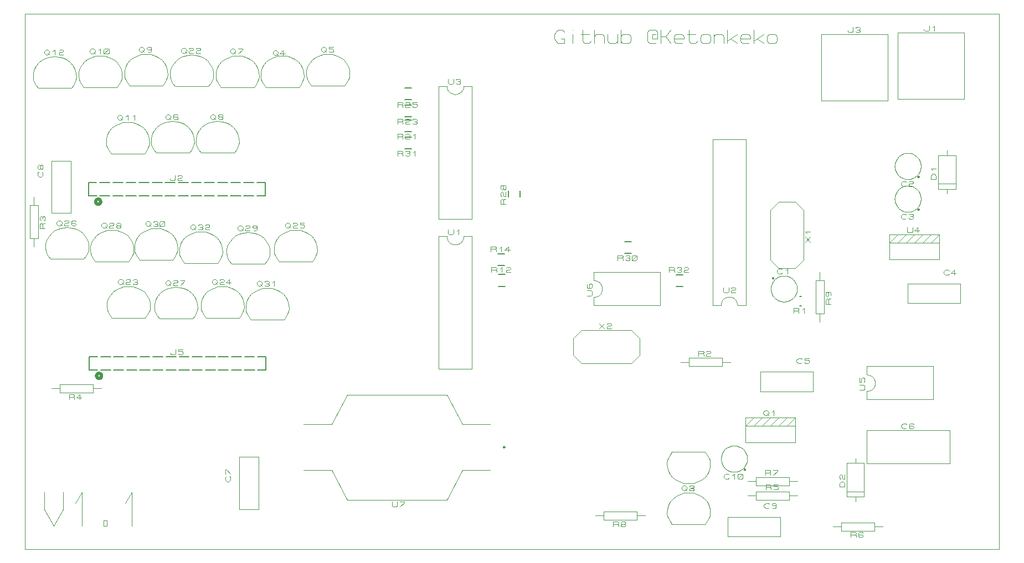
<source format=gbr>
G04 PROTEUS GERBER X2 FILE*
%TF.GenerationSoftware,Labcenter,Proteus,8.17-SP2-Build37159*%
%TF.CreationDate,2025-02-23T13:52:33+00:00*%
%TF.FileFunction,Legend,Top*%
%TF.FilePolarity,Positive*%
%TF.Part,Single*%
%TF.SameCoordinates,{f5fd30df-bfb1-41d0-8757-df29ac62e929}*%
%FSLAX45Y45*%
%MOMM*%
G01*
%TA.AperFunction,Profile*%
%ADD73C,0.101600*%
%TA.AperFunction,Material*%
%ADD34C,0.101600*%
%ADD35C,0.120000*%
%ADD36C,0.200000*%
%ADD37C,0.100000*%
%ADD38C,0.508000*%
%ADD39C,0.152400*%
%TA.AperFunction,NonMaterial*%
%ADD40C,0.101600*%
%TD.AperFunction*%
D73*
X+0Y+635000D02*
X+14900000Y+635000D01*
X+14900000Y+8835000D01*
X+0Y+635000D02*
X+0Y+8835000D01*
X+14900000Y+8835000D01*
D34*
X+13346000Y+8543000D02*
X+13346000Y+7527000D01*
X+14362000Y+8543000D02*
X+14362000Y+7527000D01*
X+13346000Y+7527000D02*
X+14362000Y+7527000D01*
X+13346000Y+8543000D02*
X+14362000Y+8543000D01*
X+13747320Y+8598880D02*
X+13747320Y+8586180D01*
X+13760655Y+8573480D01*
X+13813995Y+8573480D01*
X+13827330Y+8586180D01*
X+13827330Y+8649680D01*
X+13880670Y+8624280D02*
X+13907340Y+8649680D01*
X+13907340Y+8573480D01*
X+11904000Y+5827000D02*
X+11904000Y+5065000D01*
X+11777000Y+4938000D01*
X+11523000Y+4938000D01*
X+11396000Y+5065000D01*
X+11396000Y+5827000D01*
X+11523000Y+5954000D01*
X+11777000Y+5954000D01*
X+11904000Y+5827000D01*
X+11934480Y+5339320D02*
X+12010680Y+5419330D01*
X+12010680Y+5339320D02*
X+11934480Y+5419330D01*
X+11959880Y+5472670D02*
X+11934480Y+5499340D01*
X+12010680Y+5499340D01*
X+13965380Y+6148920D02*
X+14232080Y+6148920D01*
X+14232080Y+6667080D01*
X+13965380Y+6667080D01*
X+13965380Y+6148920D01*
X+13967920Y+6230200D02*
X+14229540Y+6230200D01*
X+14100000Y+6077800D02*
X+14100000Y+6148920D01*
X+14100000Y+6667080D02*
X+14100000Y+6738200D01*
X+13934900Y+6301320D02*
X+13858700Y+6301320D01*
X+13858700Y+6354660D01*
X+13884100Y+6381330D01*
X+13909500Y+6381330D01*
X+13934900Y+6354660D01*
X+13934900Y+6301320D01*
X+13884100Y+6434670D02*
X+13858700Y+6461340D01*
X+13934900Y+6461340D01*
D35*
X+13700000Y+6500000D02*
X+13699340Y+6516239D01*
X+13693975Y+6548719D01*
X+13682775Y+6581199D01*
X+13664551Y+6613679D01*
X+13636684Y+6646005D01*
X+13604204Y+6670709D01*
X+13571724Y+6686697D01*
X+13539244Y+6696112D01*
X+13506764Y+6699886D01*
X+13500000Y+6700000D01*
X+13300000Y+6500000D02*
X+13300660Y+6516239D01*
X+13306025Y+6548719D01*
X+13317225Y+6581199D01*
X+13335449Y+6613679D01*
X+13363316Y+6646005D01*
X+13395796Y+6670709D01*
X+13428276Y+6686697D01*
X+13460756Y+6696112D01*
X+13493236Y+6699886D01*
X+13500000Y+6700000D01*
X+13300000Y+6500000D02*
X+13300660Y+6483761D01*
X+13306025Y+6451281D01*
X+13317225Y+6418801D01*
X+13335449Y+6386321D01*
X+13363316Y+6353995D01*
X+13395796Y+6329291D01*
X+13428276Y+6313303D01*
X+13460756Y+6303888D01*
X+13493236Y+6300114D01*
X+13500000Y+6300000D01*
X+13700000Y+6500000D02*
X+13699340Y+6483761D01*
X+13693975Y+6451281D01*
X+13682775Y+6418801D01*
X+13664551Y+6386321D01*
X+13636684Y+6353995D01*
X+13604204Y+6329291D01*
X+13571724Y+6313303D01*
X+13539244Y+6303888D01*
X+13506764Y+6300114D01*
X+13500000Y+6300000D01*
D36*
X+13674000Y+6336000D02*
X+13673965Y+6336831D01*
X+13673684Y+6338495D01*
X+13673094Y+6340159D01*
X+13672130Y+6341823D01*
X+13670655Y+6343464D01*
X+13668991Y+6344665D01*
X+13667327Y+6345430D01*
X+13665663Y+6345861D01*
X+13664000Y+6346000D01*
X+13654000Y+6336000D02*
X+13654035Y+6336831D01*
X+13654316Y+6338495D01*
X+13654906Y+6340159D01*
X+13655870Y+6341823D01*
X+13657345Y+6343464D01*
X+13659009Y+6344665D01*
X+13660673Y+6345430D01*
X+13662337Y+6345861D01*
X+13664000Y+6346000D01*
X+13654000Y+6336000D02*
X+13654035Y+6335169D01*
X+13654316Y+6333505D01*
X+13654906Y+6331841D01*
X+13655870Y+6330177D01*
X+13657345Y+6328536D01*
X+13659009Y+6327335D01*
X+13660673Y+6326570D01*
X+13662337Y+6326139D01*
X+13664000Y+6326000D01*
X+13674000Y+6336000D02*
X+13673965Y+6335169D01*
X+13673684Y+6333505D01*
X+13673094Y+6331841D01*
X+13672130Y+6330177D01*
X+13670655Y+6328536D01*
X+13668991Y+6327335D01*
X+13667327Y+6326570D01*
X+13665663Y+6326139D01*
X+13664000Y+6326000D01*
D34*
X+13473330Y+6205100D02*
X+13459995Y+6192400D01*
X+13419990Y+6192400D01*
X+13393320Y+6217800D01*
X+13393320Y+6243200D01*
X+13419990Y+6268600D01*
X+13459995Y+6268600D01*
X+13473330Y+6255900D01*
X+13513335Y+6255900D02*
X+13526670Y+6268600D01*
X+13566675Y+6268600D01*
X+13580010Y+6255900D01*
X+13580010Y+6243200D01*
X+13566675Y+6230500D01*
X+13526670Y+6230500D01*
X+13513335Y+6217800D01*
X+13513335Y+6192400D01*
X+13580010Y+6192400D01*
D35*
X+13700000Y+6000000D02*
X+13699340Y+6016239D01*
X+13693975Y+6048719D01*
X+13682775Y+6081199D01*
X+13664551Y+6113679D01*
X+13636684Y+6146005D01*
X+13604204Y+6170709D01*
X+13571724Y+6186697D01*
X+13539244Y+6196112D01*
X+13506764Y+6199886D01*
X+13500000Y+6200000D01*
X+13300000Y+6000000D02*
X+13300660Y+6016239D01*
X+13306025Y+6048719D01*
X+13317225Y+6081199D01*
X+13335449Y+6113679D01*
X+13363316Y+6146005D01*
X+13395796Y+6170709D01*
X+13428276Y+6186697D01*
X+13460756Y+6196112D01*
X+13493236Y+6199886D01*
X+13500000Y+6200000D01*
X+13300000Y+6000000D02*
X+13300660Y+5983761D01*
X+13306025Y+5951281D01*
X+13317225Y+5918801D01*
X+13335449Y+5886321D01*
X+13363316Y+5853995D01*
X+13395796Y+5829291D01*
X+13428276Y+5813303D01*
X+13460756Y+5803888D01*
X+13493236Y+5800114D01*
X+13500000Y+5800000D01*
X+13700000Y+6000000D02*
X+13699340Y+5983761D01*
X+13693975Y+5951281D01*
X+13682775Y+5918801D01*
X+13664551Y+5886321D01*
X+13636684Y+5853995D01*
X+13604204Y+5829291D01*
X+13571724Y+5813303D01*
X+13539244Y+5803888D01*
X+13506764Y+5800114D01*
X+13500000Y+5800000D01*
D36*
X+13674000Y+5836000D02*
X+13673965Y+5836831D01*
X+13673684Y+5838495D01*
X+13673094Y+5840159D01*
X+13672130Y+5841823D01*
X+13670655Y+5843464D01*
X+13668991Y+5844665D01*
X+13667327Y+5845430D01*
X+13665663Y+5845861D01*
X+13664000Y+5846000D01*
X+13654000Y+5836000D02*
X+13654035Y+5836831D01*
X+13654316Y+5838495D01*
X+13654906Y+5840159D01*
X+13655870Y+5841823D01*
X+13657345Y+5843464D01*
X+13659009Y+5844665D01*
X+13660673Y+5845430D01*
X+13662337Y+5845861D01*
X+13664000Y+5846000D01*
X+13654000Y+5836000D02*
X+13654035Y+5835169D01*
X+13654316Y+5833505D01*
X+13654906Y+5831841D01*
X+13655870Y+5830177D01*
X+13657345Y+5828536D01*
X+13659009Y+5827335D01*
X+13660673Y+5826570D01*
X+13662337Y+5826139D01*
X+13664000Y+5826000D01*
X+13674000Y+5836000D02*
X+13673965Y+5835169D01*
X+13673684Y+5833505D01*
X+13673094Y+5831841D01*
X+13672130Y+5830177D01*
X+13670655Y+5828536D01*
X+13668991Y+5827335D01*
X+13667327Y+5826570D01*
X+13665663Y+5826139D01*
X+13664000Y+5826000D01*
D34*
X+13473330Y+5705100D02*
X+13459995Y+5692400D01*
X+13419990Y+5692400D01*
X+13393320Y+5717800D01*
X+13393320Y+5743200D01*
X+13419990Y+5768600D01*
X+13459995Y+5768600D01*
X+13473330Y+5755900D01*
X+13513335Y+5755900D02*
X+13526670Y+5768600D01*
X+13566675Y+5768600D01*
X+13580010Y+5755900D01*
X+13580010Y+5743200D01*
X+13566675Y+5730500D01*
X+13580010Y+5717800D01*
X+13580010Y+5705100D01*
X+13566675Y+5692400D01*
X+13526670Y+5692400D01*
X+13513335Y+5705100D01*
X+13540005Y+5730500D02*
X+13566675Y+5730500D01*
X+13219000Y+5073000D02*
X+13981000Y+5073000D01*
X+13981000Y+5327000D01*
X+13219000Y+5327000D01*
X+13219000Y+5073000D01*
X+13219000Y+5327000D02*
X+13219000Y+5454000D01*
X+13981000Y+5454000D01*
X+13981000Y+5327000D01*
X+13219000Y+5327000D02*
X+13346000Y+5454000D01*
X+13346000Y+5327000D02*
X+13473000Y+5454000D01*
X+13473000Y+5327000D02*
X+13600000Y+5454000D01*
X+13600000Y+5327000D02*
X+13727000Y+5454000D01*
X+13727000Y+5327000D02*
X+13854000Y+5454000D01*
X+13854000Y+5327000D02*
X+13981000Y+5454000D01*
X+13493320Y+5560680D02*
X+13493320Y+5497180D01*
X+13506655Y+5484480D01*
X+13559995Y+5484480D01*
X+13573330Y+5497180D01*
X+13573330Y+5560680D01*
X+13680010Y+5509880D02*
X+13600000Y+5509880D01*
X+13653340Y+5560680D01*
X+13653340Y+5484480D01*
X+11023000Y+4373000D02*
X+10896000Y+4373000D01*
X+10769000Y+4500000D02*
X+10743124Y+4497564D01*
X+10719152Y+4490515D01*
X+10697562Y+4479238D01*
X+10678830Y+4464122D01*
X+10663431Y+4445554D01*
X+10651842Y+4423919D01*
X+10644540Y+4399606D01*
X+10642000Y+4373000D01*
X+10769000Y+4500000D02*
X+10795606Y+4497564D01*
X+10819919Y+4490515D01*
X+10841554Y+4479238D01*
X+10860122Y+4464122D01*
X+10875238Y+4445554D01*
X+10886515Y+4423919D01*
X+10893564Y+4399606D01*
X+10896000Y+4373000D01*
X+10642000Y+4373000D02*
X+10515000Y+4373000D01*
X+11023000Y+6913000D02*
X+10515000Y+6913000D01*
X+11023000Y+4373000D02*
X+11023000Y+6913000D01*
X+10515000Y+4373000D02*
X+10515000Y+6913000D01*
X+10680328Y+4642520D02*
X+10680328Y+4579020D01*
X+10693663Y+4566320D01*
X+10747003Y+4566320D01*
X+10760338Y+4579020D01*
X+10760338Y+4642520D01*
X+10800343Y+4629820D02*
X+10813678Y+4642520D01*
X+10853683Y+4642520D01*
X+10867018Y+4629820D01*
X+10867018Y+4617120D01*
X+10853683Y+4604420D01*
X+10813678Y+4604420D01*
X+10800343Y+4591720D01*
X+10800343Y+4566320D01*
X+10867018Y+4566320D01*
X+13500000Y+4650000D02*
X+13500000Y+4400000D01*
X+14300000Y+4400000D01*
X+14300000Y+4700000D01*
X+13500000Y+4700000D01*
X+13500000Y+4650000D01*
X+14131330Y+4847180D02*
X+14117995Y+4834480D01*
X+14077990Y+4834480D01*
X+14051320Y+4859880D01*
X+14051320Y+4885280D01*
X+14077990Y+4910680D01*
X+14117995Y+4910680D01*
X+14131330Y+4897980D01*
X+14238010Y+4859880D02*
X+14158000Y+4859880D01*
X+14211340Y+4910680D01*
X+14211340Y+4834480D01*
X+6327000Y+5427000D02*
X+6454000Y+5427000D01*
X+6581000Y+5300000D02*
X+6606876Y+5302436D01*
X+6630848Y+5309485D01*
X+6652438Y+5320762D01*
X+6671170Y+5335878D01*
X+6686569Y+5354446D01*
X+6698158Y+5376081D01*
X+6705460Y+5400394D01*
X+6708000Y+5427000D01*
X+6581000Y+5300000D02*
X+6554394Y+5302436D01*
X+6530081Y+5309485D01*
X+6508446Y+5320762D01*
X+6489878Y+5335878D01*
X+6474762Y+5354446D01*
X+6463485Y+5376081D01*
X+6456436Y+5400394D01*
X+6454000Y+5427000D01*
X+6708000Y+5427000D02*
X+6835000Y+5427000D01*
X+6327000Y+3395000D02*
X+6835000Y+3395000D01*
X+6327000Y+5427000D02*
X+6327000Y+3395000D01*
X+6835000Y+3395000D02*
X+6835000Y+5427000D01*
X+6474320Y+5533680D02*
X+6474320Y+5470180D01*
X+6487655Y+5457480D01*
X+6540995Y+5457480D01*
X+6554330Y+5470180D01*
X+6554330Y+5533680D01*
X+6607670Y+5508280D02*
X+6634340Y+5533680D01*
X+6634340Y+5457480D01*
X+6327000Y+7727000D02*
X+6454000Y+7727000D01*
X+6581000Y+7600000D02*
X+6606876Y+7602436D01*
X+6630848Y+7609485D01*
X+6652438Y+7620762D01*
X+6671170Y+7635878D01*
X+6686569Y+7654446D01*
X+6698158Y+7676081D01*
X+6705460Y+7700394D01*
X+6708000Y+7727000D01*
X+6581000Y+7600000D02*
X+6554394Y+7602436D01*
X+6530081Y+7609485D01*
X+6508446Y+7620762D01*
X+6489878Y+7635878D01*
X+6474762Y+7654446D01*
X+6463485Y+7676081D01*
X+6456436Y+7700394D01*
X+6454000Y+7727000D01*
X+6708000Y+7727000D02*
X+6835000Y+7727000D01*
X+6327000Y+5695000D02*
X+6835000Y+5695000D01*
X+6327000Y+7727000D02*
X+6327000Y+5695000D01*
X+6835000Y+5695000D02*
X+6835000Y+7727000D01*
X+6474320Y+7833680D02*
X+6474320Y+7770180D01*
X+6487655Y+7757480D01*
X+6540995Y+7757480D01*
X+6554330Y+7770180D01*
X+6554330Y+7833680D01*
X+6594335Y+7820980D02*
X+6607670Y+7833680D01*
X+6647675Y+7833680D01*
X+6661010Y+7820980D01*
X+6661010Y+7808280D01*
X+6647675Y+7795580D01*
X+6661010Y+7782880D01*
X+6661010Y+7770180D01*
X+6647675Y+7757480D01*
X+6607670Y+7757480D01*
X+6594335Y+7770180D01*
X+6621005Y+7795580D02*
X+6647675Y+7795580D01*
X+12873000Y+3308000D02*
X+12873000Y+3435000D01*
X+13889000Y+3435000D01*
X+13889000Y+2927000D01*
X+12873000Y+2927000D01*
X+12873000Y+3054000D01*
X+13000000Y+3181000D02*
X+12997564Y+3206876D01*
X+12990515Y+3230848D01*
X+12979238Y+3252438D01*
X+12964122Y+3271170D01*
X+12945554Y+3286569D01*
X+12923919Y+3298158D01*
X+12899606Y+3305460D01*
X+12873000Y+3308000D01*
X+13000000Y+3181000D02*
X+12997564Y+3154394D01*
X+12990515Y+3130081D01*
X+12979238Y+3108446D01*
X+12964122Y+3089878D01*
X+12945554Y+3074762D01*
X+12923919Y+3063485D01*
X+12899606Y+3056436D01*
X+12873000Y+3054000D01*
X+12766320Y+3074320D02*
X+12829820Y+3074320D01*
X+12842520Y+3087655D01*
X+12842520Y+3140995D01*
X+12829820Y+3154330D01*
X+12766320Y+3154330D01*
X+12766320Y+3261010D02*
X+12766320Y+3194335D01*
X+12791720Y+3194335D01*
X+12791720Y+3247675D01*
X+12804420Y+3261010D01*
X+12829820Y+3261010D01*
X+12842520Y+3247675D01*
X+12842520Y+3207670D01*
X+12829820Y+3194335D01*
X+11250000Y+3300000D02*
X+11250000Y+3050000D01*
X+12050000Y+3050000D01*
X+12050000Y+3350000D01*
X+11250000Y+3350000D01*
X+11250000Y+3300000D01*
X+11881330Y+3497180D02*
X+11867995Y+3484480D01*
X+11827990Y+3484480D01*
X+11801320Y+3509880D01*
X+11801320Y+3535280D01*
X+11827990Y+3560680D01*
X+11867995Y+3560680D01*
X+11881330Y+3547980D01*
X+11988010Y+3560680D02*
X+11921335Y+3560680D01*
X+11921335Y+3535280D01*
X+11974675Y+3535280D01*
X+11988010Y+3522580D01*
X+11988010Y+3497180D01*
X+11974675Y+3484480D01*
X+11934670Y+3484480D01*
X+11921335Y+3497180D01*
X+11019000Y+2273000D02*
X+11781000Y+2273000D01*
X+11781000Y+2527000D01*
X+11019000Y+2527000D01*
X+11019000Y+2273000D01*
X+11019000Y+2527000D02*
X+11019000Y+2654000D01*
X+11781000Y+2654000D01*
X+11781000Y+2527000D01*
X+11019000Y+2527000D02*
X+11146000Y+2654000D01*
X+11146000Y+2527000D02*
X+11273000Y+2654000D01*
X+11273000Y+2527000D02*
X+11400000Y+2654000D01*
X+11400000Y+2527000D02*
X+11527000Y+2654000D01*
X+11527000Y+2527000D02*
X+11654000Y+2654000D01*
X+11654000Y+2527000D02*
X+11781000Y+2654000D01*
X+11293320Y+2735280D02*
X+11319990Y+2760680D01*
X+11346660Y+2760680D01*
X+11373330Y+2735280D01*
X+11373330Y+2709880D01*
X+11346660Y+2684480D01*
X+11319990Y+2684480D01*
X+11293320Y+2709880D01*
X+11293320Y+2735280D01*
X+11346660Y+2709880D02*
X+11373330Y+2684480D01*
X+11426670Y+2735280D02*
X+11453340Y+2760680D01*
X+11453340Y+2684480D01*
X+10027000Y+3500000D02*
X+10154000Y+3500000D01*
X+10154000Y+3436500D02*
X+10662000Y+3436500D01*
X+10662000Y+3563500D01*
X+10154000Y+3563500D01*
X+10154000Y+3436500D01*
X+10662000Y+3500000D02*
X+10789000Y+3500000D01*
X+10301320Y+3593980D02*
X+10301320Y+3670180D01*
X+10367995Y+3670180D01*
X+10381330Y+3657480D01*
X+10381330Y+3644780D01*
X+10367995Y+3632080D01*
X+10301320Y+3632080D01*
X+10367995Y+3632080D02*
X+10381330Y+3619380D01*
X+10381330Y+3593980D01*
X+10421335Y+3657480D02*
X+10434670Y+3670180D01*
X+10474675Y+3670180D01*
X+10488010Y+3657480D01*
X+10488010Y+3644780D01*
X+10474675Y+3632080D01*
X+10434670Y+3632080D01*
X+10421335Y+3619380D01*
X+10421335Y+3593980D01*
X+10488010Y+3593980D01*
X+12873000Y+1946000D02*
X+14143000Y+1946000D01*
X+14143000Y+2454000D01*
X+12873000Y+2454000D01*
X+12873000Y+1946000D01*
X+13481330Y+2497180D02*
X+13467995Y+2484480D01*
X+13427990Y+2484480D01*
X+13401320Y+2509880D01*
X+13401320Y+2535280D01*
X+13427990Y+2560680D01*
X+13467995Y+2560680D01*
X+13481330Y+2547980D01*
X+13588010Y+2547980D02*
X+13574675Y+2560680D01*
X+13534670Y+2560680D01*
X+13521335Y+2547980D01*
X+13521335Y+2497180D01*
X+13534670Y+2484480D01*
X+13574675Y+2484480D01*
X+13588010Y+2497180D01*
X+13588010Y+2509880D01*
X+13574675Y+2522580D01*
X+13521335Y+2522580D01*
X+12565380Y+1437932D02*
X+12832080Y+1437932D01*
X+12832080Y+1956092D01*
X+12565380Y+1956092D01*
X+12565380Y+1437932D01*
X+12567920Y+1519212D02*
X+12829540Y+1519212D01*
X+12700000Y+1366812D02*
X+12700000Y+1437932D01*
X+12700000Y+1956092D02*
X+12700000Y+2027212D01*
X+12534900Y+1590332D02*
X+12458700Y+1590332D01*
X+12458700Y+1643672D01*
X+12484100Y+1670342D01*
X+12509500Y+1670342D01*
X+12534900Y+1643672D01*
X+12534900Y+1590332D01*
X+12471400Y+1710347D02*
X+12458700Y+1723682D01*
X+12458700Y+1763687D01*
X+12471400Y+1777022D01*
X+12484100Y+1777022D01*
X+12496800Y+1763687D01*
X+12496800Y+1723682D01*
X+12509500Y+1710347D01*
X+12534900Y+1710347D01*
X+12534900Y+1777022D01*
X+11054000Y+1454000D02*
X+11181000Y+1454000D01*
X+11181000Y+1390500D02*
X+11689000Y+1390500D01*
X+11689000Y+1517500D01*
X+11181000Y+1517500D01*
X+11181000Y+1390500D01*
X+11689000Y+1454000D02*
X+11816000Y+1454000D01*
X+11328320Y+1547980D02*
X+11328320Y+1624180D01*
X+11394995Y+1624180D01*
X+11408330Y+1611480D01*
X+11408330Y+1598780D01*
X+11394995Y+1586080D01*
X+11328320Y+1586080D01*
X+11394995Y+1586080D02*
X+11408330Y+1573380D01*
X+11408330Y+1547980D01*
X+11515010Y+1624180D02*
X+11448335Y+1624180D01*
X+11448335Y+1598780D01*
X+11501675Y+1598780D01*
X+11515010Y+1586080D01*
X+11515010Y+1560680D01*
X+11501675Y+1547980D01*
X+11461670Y+1547980D01*
X+11448335Y+1560680D01*
X+10750000Y+1081000D02*
X+10750000Y+831000D01*
X+11550000Y+831000D01*
X+11550000Y+1131000D01*
X+10750000Y+1131000D01*
X+10750000Y+1081000D01*
X+11381330Y+1278180D02*
X+11367995Y+1265480D01*
X+11327990Y+1265480D01*
X+11301320Y+1290880D01*
X+11301320Y+1316280D01*
X+11327990Y+1341680D01*
X+11367995Y+1341680D01*
X+11381330Y+1328980D01*
X+11488010Y+1316280D02*
X+11474675Y+1303580D01*
X+11434670Y+1303580D01*
X+11421335Y+1316280D01*
X+11421335Y+1328980D01*
X+11434670Y+1341680D01*
X+11474675Y+1341680D01*
X+11488010Y+1328980D01*
X+11488010Y+1278180D01*
X+11474675Y+1265480D01*
X+11434670Y+1265480D01*
X+12354000Y+981000D02*
X+12481000Y+981000D01*
X+12481000Y+917500D02*
X+12989000Y+917500D01*
X+12989000Y+1044500D01*
X+12481000Y+1044500D01*
X+12481000Y+917500D01*
X+12989000Y+981000D02*
X+13116000Y+981000D01*
X+12628320Y+820980D02*
X+12628320Y+897180D01*
X+12694995Y+897180D01*
X+12708330Y+884480D01*
X+12708330Y+871780D01*
X+12694995Y+859080D01*
X+12628320Y+859080D01*
X+12694995Y+859080D02*
X+12708330Y+846380D01*
X+12708330Y+820980D01*
X+12815010Y+884480D02*
X+12801675Y+897180D01*
X+12761670Y+897180D01*
X+12748335Y+884480D01*
X+12748335Y+833680D01*
X+12761670Y+820980D01*
X+12801675Y+820980D01*
X+12815010Y+833680D01*
X+12815010Y+846380D01*
X+12801675Y+859080D01*
X+12748335Y+859080D01*
X+10404000Y+2123100D02*
X+9896000Y+2123100D01*
X+10480200Y+1958000D02*
X+10475438Y+1996298D01*
X+10461150Y+2035788D01*
X+10437338Y+2077658D01*
X+10404000Y+2123100D01*
X+10480200Y+1958000D02*
X+10477569Y+1893082D01*
X+10461088Y+1833047D01*
X+10432161Y+1779058D01*
X+10392193Y+1732278D01*
X+10342588Y+1693869D01*
X+10284751Y+1664995D01*
X+10220087Y+1646817D01*
X+10150000Y+1640500D01*
X+9819800Y+1958000D02*
X+9824562Y+1996298D01*
X+9838850Y+2035788D01*
X+9862662Y+2077658D01*
X+9896000Y+2123100D01*
X+9819800Y+1958000D02*
X+9822431Y+1893082D01*
X+9838912Y+1833047D01*
X+9867839Y+1779058D01*
X+9907807Y+1732278D01*
X+9957412Y+1693869D01*
X+10015249Y+1664995D01*
X+10079913Y+1646817D01*
X+10150000Y+1640500D01*
X+10043320Y+1584620D02*
X+10069990Y+1610020D01*
X+10096660Y+1610020D01*
X+10123330Y+1584620D01*
X+10123330Y+1559220D01*
X+10096660Y+1533820D01*
X+10069990Y+1533820D01*
X+10043320Y+1559220D01*
X+10043320Y+1584620D01*
X+10096660Y+1559220D02*
X+10123330Y+1533820D01*
X+10163335Y+1597320D02*
X+10176670Y+1610020D01*
X+10216675Y+1610020D01*
X+10230010Y+1597320D01*
X+10230010Y+1584620D01*
X+10216675Y+1571920D01*
X+10176670Y+1571920D01*
X+10163335Y+1559220D01*
X+10163335Y+1533820D01*
X+10230010Y+1533820D01*
D36*
X+7245000Y+4660000D02*
X+7345000Y+4660000D01*
X+7245000Y+4840000D02*
X+7345000Y+4840000D01*
D34*
X+7134980Y+4875400D02*
X+7134980Y+4951600D01*
X+7201655Y+4951600D01*
X+7214990Y+4938900D01*
X+7214990Y+4926200D01*
X+7201655Y+4913500D01*
X+7134980Y+4913500D01*
X+7201655Y+4913500D02*
X+7214990Y+4900800D01*
X+7214990Y+4875400D01*
X+7268330Y+4926200D02*
X+7295000Y+4951600D01*
X+7295000Y+4875400D01*
X+7361675Y+4938900D02*
X+7375010Y+4951600D01*
X+7415015Y+4951600D01*
X+7428350Y+4938900D01*
X+7428350Y+4926200D01*
X+7415015Y+4913500D01*
X+7375010Y+4913500D01*
X+7361675Y+4900800D01*
X+7361675Y+4875400D01*
X+7428350Y+4875400D01*
D36*
X+7234500Y+4977300D02*
X+7334500Y+4977300D01*
X+7234500Y+5157300D02*
X+7334500Y+5157300D01*
D34*
X+7124480Y+5192700D02*
X+7124480Y+5268900D01*
X+7191155Y+5268900D01*
X+7204490Y+5256200D01*
X+7204490Y+5243500D01*
X+7191155Y+5230800D01*
X+7124480Y+5230800D01*
X+7191155Y+5230800D02*
X+7204490Y+5218100D01*
X+7204490Y+5192700D01*
X+7257830Y+5243500D02*
X+7284500Y+5268900D01*
X+7284500Y+5192700D01*
X+7417850Y+5218100D02*
X+7337840Y+5218100D01*
X+7391180Y+5268900D01*
X+7391180Y+5192700D01*
D36*
X+5910000Y+7206100D02*
X+5810000Y+7206100D01*
X+5910000Y+7026100D02*
X+5810000Y+7026100D01*
D34*
X+5699980Y+6914500D02*
X+5699980Y+6990700D01*
X+5766655Y+6990700D01*
X+5779990Y+6978000D01*
X+5779990Y+6965300D01*
X+5766655Y+6952600D01*
X+5699980Y+6952600D01*
X+5766655Y+6952600D02*
X+5779990Y+6939900D01*
X+5779990Y+6914500D01*
X+5819995Y+6978000D02*
X+5833330Y+6990700D01*
X+5873335Y+6990700D01*
X+5886670Y+6978000D01*
X+5886670Y+6965300D01*
X+5873335Y+6952600D01*
X+5833330Y+6952600D01*
X+5819995Y+6939900D01*
X+5819995Y+6914500D01*
X+5886670Y+6914500D01*
X+5940010Y+6965300D02*
X+5966680Y+6990700D01*
X+5966680Y+6914500D01*
D36*
X+5910000Y+7438700D02*
X+5810000Y+7438700D01*
X+5910000Y+7258700D02*
X+5810000Y+7258700D01*
D34*
X+5699980Y+7147100D02*
X+5699980Y+7223300D01*
X+5766655Y+7223300D01*
X+5779990Y+7210600D01*
X+5779990Y+7197900D01*
X+5766655Y+7185200D01*
X+5699980Y+7185200D01*
X+5766655Y+7185200D02*
X+5779990Y+7172500D01*
X+5779990Y+7147100D01*
X+5819995Y+7210600D02*
X+5833330Y+7223300D01*
X+5873335Y+7223300D01*
X+5886670Y+7210600D01*
X+5886670Y+7197900D01*
X+5873335Y+7185200D01*
X+5833330Y+7185200D01*
X+5819995Y+7172500D01*
X+5819995Y+7147100D01*
X+5886670Y+7147100D01*
X+5926675Y+7210600D02*
X+5940010Y+7223300D01*
X+5980015Y+7223300D01*
X+5993350Y+7210600D01*
X+5993350Y+7197900D01*
X+5980015Y+7185200D01*
X+5993350Y+7172500D01*
X+5993350Y+7159800D01*
X+5980015Y+7147100D01*
X+5940010Y+7147100D01*
X+5926675Y+7159800D01*
X+5953345Y+7185200D02*
X+5980015Y+7185200D01*
D36*
X+5910000Y+7696700D02*
X+5810000Y+7696700D01*
X+5910000Y+7516700D02*
X+5810000Y+7516700D01*
D34*
X+5699980Y+7405100D02*
X+5699980Y+7481300D01*
X+5766655Y+7481300D01*
X+5779990Y+7468600D01*
X+5779990Y+7455900D01*
X+5766655Y+7443200D01*
X+5699980Y+7443200D01*
X+5766655Y+7443200D02*
X+5779990Y+7430500D01*
X+5779990Y+7405100D01*
X+5819995Y+7468600D02*
X+5833330Y+7481300D01*
X+5873335Y+7481300D01*
X+5886670Y+7468600D01*
X+5886670Y+7455900D01*
X+5873335Y+7443200D01*
X+5833330Y+7443200D01*
X+5819995Y+7430500D01*
X+5819995Y+7405100D01*
X+5886670Y+7405100D01*
X+5993350Y+7481300D02*
X+5926675Y+7481300D01*
X+5926675Y+7455900D01*
X+5980015Y+7455900D01*
X+5993350Y+7443200D01*
X+5993350Y+7417800D01*
X+5980015Y+7405100D01*
X+5940010Y+7405100D01*
X+5926675Y+7417800D01*
D36*
X+7570300Y+6025900D02*
X+7570300Y+6125900D01*
X+7390300Y+6025900D02*
X+7390300Y+6125900D01*
D34*
X+7354900Y+5915880D02*
X+7278700Y+5915880D01*
X+7278700Y+5982555D01*
X+7291400Y+5995890D01*
X+7304100Y+5995890D01*
X+7316800Y+5982555D01*
X+7316800Y+5915880D01*
X+7316800Y+5982555D02*
X+7329500Y+5995890D01*
X+7354900Y+5995890D01*
X+7291400Y+6035895D02*
X+7278700Y+6049230D01*
X+7278700Y+6089235D01*
X+7291400Y+6102570D01*
X+7304100Y+6102570D01*
X+7316800Y+6089235D01*
X+7316800Y+6049230D01*
X+7329500Y+6035895D01*
X+7354900Y+6035895D01*
X+7354900Y+6102570D01*
X+7316800Y+6155910D02*
X+7304100Y+6142575D01*
X+7291400Y+6142575D01*
X+7278700Y+6155910D01*
X+7278700Y+6195915D01*
X+7291400Y+6209250D01*
X+7304100Y+6209250D01*
X+7316800Y+6195915D01*
X+7316800Y+6155910D01*
X+7329500Y+6142575D01*
X+7342200Y+6142575D01*
X+7354900Y+6155910D01*
X+7354900Y+6195915D01*
X+7342200Y+6209250D01*
X+7329500Y+6209250D01*
X+7316800Y+6195915D01*
D36*
X+5910000Y+6948100D02*
X+5810000Y+6948100D01*
X+5910000Y+6768100D02*
X+5810000Y+6768100D01*
D34*
X+5699980Y+6656500D02*
X+5699980Y+6732700D01*
X+5766655Y+6732700D01*
X+5779990Y+6720000D01*
X+5779990Y+6707300D01*
X+5766655Y+6694600D01*
X+5699980Y+6694600D01*
X+5766655Y+6694600D02*
X+5779990Y+6681900D01*
X+5779990Y+6656500D01*
X+5819995Y+6720000D02*
X+5833330Y+6732700D01*
X+5873335Y+6732700D01*
X+5886670Y+6720000D01*
X+5886670Y+6707300D01*
X+5873335Y+6694600D01*
X+5886670Y+6681900D01*
X+5886670Y+6669200D01*
X+5873335Y+6656500D01*
X+5833330Y+6656500D01*
X+5819995Y+6669200D01*
X+5846665Y+6694600D02*
X+5873335Y+6694600D01*
X+5940010Y+6707300D02*
X+5966680Y+6732700D01*
X+5966680Y+6656500D01*
X+9896000Y+1019900D02*
X+10404000Y+1019900D01*
X+9819800Y+1185000D02*
X+9824562Y+1146702D01*
X+9838850Y+1107212D01*
X+9862662Y+1065342D01*
X+9896000Y+1019900D01*
X+9819800Y+1185000D02*
X+9822431Y+1249918D01*
X+9838912Y+1309953D01*
X+9867839Y+1363942D01*
X+9907807Y+1410722D01*
X+9957412Y+1449131D01*
X+10015249Y+1478005D01*
X+10079913Y+1496183D01*
X+10150000Y+1502500D01*
X+10480200Y+1185000D02*
X+10475438Y+1146702D01*
X+10461150Y+1107212D01*
X+10437338Y+1065342D01*
X+10404000Y+1019900D01*
X+10480200Y+1185000D02*
X+10477569Y+1249918D01*
X+10461088Y+1309953D01*
X+10432161Y+1363942D01*
X+10392193Y+1410722D01*
X+10342588Y+1449131D01*
X+10284751Y+1478005D01*
X+10220087Y+1496183D01*
X+10150000Y+1502500D01*
X+10043320Y+1583780D02*
X+10069990Y+1609180D01*
X+10096660Y+1609180D01*
X+10123330Y+1583780D01*
X+10123330Y+1558380D01*
X+10096660Y+1532980D01*
X+10069990Y+1532980D01*
X+10043320Y+1558380D01*
X+10043320Y+1583780D01*
X+10096660Y+1558380D02*
X+10123330Y+1532980D01*
X+10163335Y+1596480D02*
X+10176670Y+1609180D01*
X+10216675Y+1609180D01*
X+10230010Y+1596480D01*
X+10230010Y+1583780D01*
X+10216675Y+1571080D01*
X+10230010Y+1558380D01*
X+10230010Y+1545680D01*
X+10216675Y+1532980D01*
X+10176670Y+1532980D01*
X+10163335Y+1545680D01*
X+10190005Y+1571080D02*
X+10216675Y+1571080D01*
X+9484900Y+1151600D02*
X+9357900Y+1151600D01*
X+8849900Y+1088100D02*
X+9357900Y+1088100D01*
X+9357900Y+1215100D01*
X+8849900Y+1215100D01*
X+8849900Y+1088100D01*
X+8849900Y+1151600D02*
X+8722900Y+1151600D01*
X+8997220Y+981420D02*
X+8997220Y+1057620D01*
X+9063895Y+1057620D01*
X+9077230Y+1044920D01*
X+9077230Y+1032220D01*
X+9063895Y+1019520D01*
X+8997220Y+1019520D01*
X+9063895Y+1019520D02*
X+9077230Y+1006820D01*
X+9077230Y+981420D01*
X+9130570Y+1019520D02*
X+9117235Y+1032220D01*
X+9117235Y+1044920D01*
X+9130570Y+1057620D01*
X+9170575Y+1057620D01*
X+9183910Y+1044920D01*
X+9183910Y+1032220D01*
X+9170575Y+1019520D01*
X+9130570Y+1019520D01*
X+9117235Y+1006820D01*
X+9117235Y+994120D01*
X+9130570Y+981420D01*
X+9170575Y+981420D01*
X+9183910Y+994120D01*
X+9183910Y+1006820D01*
X+9170575Y+1019520D01*
X+3329000Y+1247000D02*
X+3579000Y+1247000D01*
X+3579000Y+2047000D01*
X+3279000Y+2047000D01*
X+3279000Y+1247000D01*
X+3329000Y+1247000D01*
X+3131820Y+1751330D02*
X+3144520Y+1737995D01*
X+3144520Y+1697990D01*
X+3119120Y+1671320D01*
X+3093720Y+1671320D01*
X+3068320Y+1697990D01*
X+3068320Y+1737995D01*
X+3081020Y+1751330D01*
X+3068320Y+1791335D02*
X+3068320Y+1858010D01*
X+3081020Y+1858010D01*
X+3144520Y+1791335D01*
D35*
X+11807800Y+4622800D02*
X+11807140Y+4639039D01*
X+11801775Y+4671519D01*
X+11790575Y+4703999D01*
X+11772351Y+4736479D01*
X+11744484Y+4768805D01*
X+11712004Y+4793509D01*
X+11679524Y+4809497D01*
X+11647044Y+4818912D01*
X+11614564Y+4822686D01*
X+11607800Y+4822800D01*
X+11407800Y+4622800D02*
X+11408460Y+4639039D01*
X+11413825Y+4671519D01*
X+11425025Y+4703999D01*
X+11443249Y+4736479D01*
X+11471116Y+4768805D01*
X+11503596Y+4793509D01*
X+11536076Y+4809497D01*
X+11568556Y+4818912D01*
X+11601036Y+4822686D01*
X+11607800Y+4822800D01*
X+11407800Y+4622800D02*
X+11408460Y+4606561D01*
X+11413825Y+4574081D01*
X+11425025Y+4541601D01*
X+11443249Y+4509121D01*
X+11471116Y+4476795D01*
X+11503596Y+4452091D01*
X+11536076Y+4436103D01*
X+11568556Y+4426688D01*
X+11601036Y+4422914D01*
X+11607800Y+4422800D01*
X+11807800Y+4622800D02*
X+11807140Y+4606561D01*
X+11801775Y+4574081D01*
X+11790575Y+4541601D01*
X+11772351Y+4509121D01*
X+11744484Y+4476795D01*
X+11712004Y+4452091D01*
X+11679524Y+4436103D01*
X+11647044Y+4426688D01*
X+11614564Y+4422914D01*
X+11607800Y+4422800D01*
D36*
X+11453800Y+4786800D02*
X+11453765Y+4787631D01*
X+11453484Y+4789295D01*
X+11452894Y+4790959D01*
X+11451930Y+4792623D01*
X+11450455Y+4794264D01*
X+11448791Y+4795465D01*
X+11447127Y+4796230D01*
X+11445463Y+4796661D01*
X+11443800Y+4796800D01*
X+11433800Y+4786800D02*
X+11433835Y+4787631D01*
X+11434116Y+4789295D01*
X+11434706Y+4790959D01*
X+11435670Y+4792623D01*
X+11437145Y+4794264D01*
X+11438809Y+4795465D01*
X+11440473Y+4796230D01*
X+11442137Y+4796661D01*
X+11443800Y+4796800D01*
X+11433800Y+4786800D02*
X+11433835Y+4785969D01*
X+11434116Y+4784305D01*
X+11434706Y+4782641D01*
X+11435670Y+4780977D01*
X+11437145Y+4779336D01*
X+11438809Y+4778135D01*
X+11440473Y+4777370D01*
X+11442137Y+4776939D01*
X+11443800Y+4776800D01*
X+11453800Y+4786800D02*
X+11453765Y+4785969D01*
X+11453484Y+4784305D01*
X+11452894Y+4782641D01*
X+11451930Y+4780977D01*
X+11450455Y+4779336D01*
X+11448791Y+4778135D01*
X+11447127Y+4777370D01*
X+11445463Y+4776939D01*
X+11443800Y+4776800D01*
D34*
X+11581130Y+4866900D02*
X+11567795Y+4854200D01*
X+11527790Y+4854200D01*
X+11501120Y+4879600D01*
X+11501120Y+4905000D01*
X+11527790Y+4930400D01*
X+11567795Y+4930400D01*
X+11581130Y+4917700D01*
X+11634470Y+4905000D02*
X+11661140Y+4930400D01*
X+11661140Y+4854200D01*
X+3683000Y+7708900D02*
X+4191000Y+7708900D01*
X+3606800Y+7874000D02*
X+3611562Y+7835702D01*
X+3625850Y+7796212D01*
X+3649662Y+7754342D01*
X+3683000Y+7708900D01*
X+3606800Y+7874000D02*
X+3609431Y+7938918D01*
X+3625912Y+7998953D01*
X+3654839Y+8052942D01*
X+3694807Y+8099722D01*
X+3744412Y+8138131D01*
X+3802249Y+8167005D01*
X+3866913Y+8185183D01*
X+3937000Y+8191500D01*
X+4267200Y+7874000D02*
X+4262438Y+7835702D01*
X+4248150Y+7796212D01*
X+4224338Y+7754342D01*
X+4191000Y+7708900D01*
X+4267200Y+7874000D02*
X+4264569Y+7938918D01*
X+4248088Y+7998953D01*
X+4219161Y+8052942D01*
X+4179193Y+8099722D01*
X+4129588Y+8138131D01*
X+4071751Y+8167005D01*
X+4007087Y+8185183D01*
X+3937000Y+8191500D01*
X+3792220Y+8247380D02*
X+3818890Y+8272780D01*
X+3845560Y+8272780D01*
X+3872230Y+8247380D01*
X+3872230Y+8221980D01*
X+3845560Y+8196580D01*
X+3818890Y+8196580D01*
X+3792220Y+8221980D01*
X+3792220Y+8247380D01*
X+3845560Y+8221980D02*
X+3872230Y+8196580D01*
X+3978910Y+8221980D02*
X+3898900Y+8221980D01*
X+3952240Y+8272780D01*
X+3952240Y+8196580D01*
X+4381500Y+7734300D02*
X+4889500Y+7734300D01*
X+4305300Y+7899400D02*
X+4310062Y+7861102D01*
X+4324350Y+7821612D01*
X+4348162Y+7779742D01*
X+4381500Y+7734300D01*
X+4305300Y+7899400D02*
X+4307931Y+7964318D01*
X+4324412Y+8024353D01*
X+4353339Y+8078342D01*
X+4393307Y+8125122D01*
X+4442912Y+8163531D01*
X+4500749Y+8192405D01*
X+4565413Y+8210583D01*
X+4635500Y+8216900D01*
X+4965700Y+7899400D02*
X+4960938Y+7861102D01*
X+4946650Y+7821612D01*
X+4922838Y+7779742D01*
X+4889500Y+7734300D01*
X+4965700Y+7899400D02*
X+4963069Y+7964318D01*
X+4946588Y+8024353D01*
X+4917661Y+8078342D01*
X+4877693Y+8125122D01*
X+4828088Y+8163531D01*
X+4770251Y+8192405D01*
X+4705587Y+8210583D01*
X+4635500Y+8216900D01*
X+4528820Y+8298180D02*
X+4555490Y+8323580D01*
X+4582160Y+8323580D01*
X+4608830Y+8298180D01*
X+4608830Y+8272780D01*
X+4582160Y+8247380D01*
X+4555490Y+8247380D01*
X+4528820Y+8272780D01*
X+4528820Y+8298180D01*
X+4582160Y+8272780D02*
X+4608830Y+8247380D01*
X+4715510Y+8323580D02*
X+4648835Y+8323580D01*
X+4648835Y+8298180D01*
X+4702175Y+8298180D01*
X+4715510Y+8285480D01*
X+4715510Y+8260080D01*
X+4702175Y+8247380D01*
X+4662170Y+8247380D01*
X+4648835Y+8260080D01*
X+1600200Y+7734300D02*
X+2108200Y+7734300D01*
X+1524000Y+7899400D02*
X+1528762Y+7861102D01*
X+1543050Y+7821612D01*
X+1566862Y+7779742D01*
X+1600200Y+7734300D01*
X+1524000Y+7899400D02*
X+1526631Y+7964318D01*
X+1543112Y+8024353D01*
X+1572039Y+8078342D01*
X+1612007Y+8125122D01*
X+1661612Y+8163531D01*
X+1719449Y+8192405D01*
X+1784113Y+8210583D01*
X+1854200Y+8216900D01*
X+2184400Y+7899400D02*
X+2179638Y+7861102D01*
X+2165350Y+7821612D01*
X+2141538Y+7779742D01*
X+2108200Y+7734300D01*
X+2184400Y+7899400D02*
X+2181769Y+7964318D01*
X+2165288Y+8024353D01*
X+2136361Y+8078342D01*
X+2096393Y+8125122D01*
X+2046788Y+8163531D01*
X+1988951Y+8192405D01*
X+1924287Y+8210583D01*
X+1854200Y+8216900D01*
X+1747520Y+8298180D02*
X+1774190Y+8323580D01*
X+1800860Y+8323580D01*
X+1827530Y+8298180D01*
X+1827530Y+8272780D01*
X+1800860Y+8247380D01*
X+1774190Y+8247380D01*
X+1747520Y+8272780D01*
X+1747520Y+8298180D01*
X+1800860Y+8272780D02*
X+1827530Y+8247380D01*
X+1934210Y+8298180D02*
X+1920875Y+8285480D01*
X+1880870Y+8285480D01*
X+1867535Y+8298180D01*
X+1867535Y+8310880D01*
X+1880870Y+8323580D01*
X+1920875Y+8323580D01*
X+1934210Y+8310880D01*
X+1934210Y+8260080D01*
X+1920875Y+8247380D01*
X+1880870Y+8247380D01*
X+901700Y+7708900D02*
X+1409700Y+7708900D01*
X+825500Y+7874000D02*
X+830262Y+7835702D01*
X+844550Y+7796212D01*
X+868362Y+7754342D01*
X+901700Y+7708900D01*
X+825500Y+7874000D02*
X+828131Y+7938918D01*
X+844612Y+7998953D01*
X+873539Y+8052942D01*
X+913507Y+8099722D01*
X+963112Y+8138131D01*
X+1020949Y+8167005D01*
X+1085613Y+8185183D01*
X+1155700Y+8191500D01*
X+1485900Y+7874000D02*
X+1481138Y+7835702D01*
X+1466850Y+7796212D01*
X+1443038Y+7754342D01*
X+1409700Y+7708900D01*
X+1485900Y+7874000D02*
X+1483269Y+7938918D01*
X+1466788Y+7998953D01*
X+1437861Y+8052942D01*
X+1397893Y+8099722D01*
X+1348288Y+8138131D01*
X+1290451Y+8167005D01*
X+1225787Y+8185183D01*
X+1155700Y+8191500D01*
X+995680Y+8272780D02*
X+1022350Y+8298180D01*
X+1049020Y+8298180D01*
X+1075690Y+8272780D01*
X+1075690Y+8247380D01*
X+1049020Y+8221980D01*
X+1022350Y+8221980D01*
X+995680Y+8247380D01*
X+995680Y+8272780D01*
X+1049020Y+8247380D02*
X+1075690Y+8221980D01*
X+1129030Y+8272780D02*
X+1155700Y+8298180D01*
X+1155700Y+8221980D01*
X+1209040Y+8234680D02*
X+1209040Y+8285480D01*
X+1222375Y+8298180D01*
X+1275715Y+8298180D01*
X+1289050Y+8285480D01*
X+1289050Y+8234680D01*
X+1275715Y+8221980D01*
X+1222375Y+8221980D01*
X+1209040Y+8234680D01*
X+1209040Y+8221980D02*
X+1289050Y+8298180D01*
X+2006600Y+6705600D02*
X+2514600Y+6705600D01*
X+1930400Y+6870700D02*
X+1935162Y+6832402D01*
X+1949450Y+6792912D01*
X+1973262Y+6751042D01*
X+2006600Y+6705600D01*
X+1930400Y+6870700D02*
X+1933031Y+6935618D01*
X+1949512Y+6995653D01*
X+1978439Y+7049642D01*
X+2018407Y+7096422D01*
X+2068012Y+7134831D01*
X+2125849Y+7163705D01*
X+2190513Y+7181883D01*
X+2260600Y+7188200D01*
X+2590800Y+6870700D02*
X+2586038Y+6832402D01*
X+2571750Y+6792912D01*
X+2547938Y+6751042D01*
X+2514600Y+6705600D01*
X+2590800Y+6870700D02*
X+2588169Y+6935618D01*
X+2571688Y+6995653D01*
X+2542761Y+7049642D01*
X+2502793Y+7096422D01*
X+2453188Y+7134831D01*
X+2395351Y+7163705D01*
X+2330687Y+7181883D01*
X+2260600Y+7188200D01*
X+2153920Y+7269480D02*
X+2180590Y+7294880D01*
X+2207260Y+7294880D01*
X+2233930Y+7269480D01*
X+2233930Y+7244080D01*
X+2207260Y+7218680D01*
X+2180590Y+7218680D01*
X+2153920Y+7244080D01*
X+2153920Y+7269480D01*
X+2207260Y+7244080D02*
X+2233930Y+7218680D01*
X+2340610Y+7282180D02*
X+2327275Y+7294880D01*
X+2287270Y+7294880D01*
X+2273935Y+7282180D01*
X+2273935Y+7231380D01*
X+2287270Y+7218680D01*
X+2327275Y+7218680D01*
X+2340610Y+7231380D01*
X+2340610Y+7244080D01*
X+2327275Y+7256780D01*
X+2273935Y+7256780D01*
X+1320800Y+6692900D02*
X+1828800Y+6692900D01*
X+1244600Y+6858000D02*
X+1249362Y+6819702D01*
X+1263650Y+6780212D01*
X+1287462Y+6738342D01*
X+1320800Y+6692900D01*
X+1244600Y+6858000D02*
X+1247231Y+6922918D01*
X+1263712Y+6982953D01*
X+1292639Y+7036942D01*
X+1332607Y+7083722D01*
X+1382212Y+7122131D01*
X+1440049Y+7151005D01*
X+1504713Y+7169183D01*
X+1574800Y+7175500D01*
X+1905000Y+6858000D02*
X+1900238Y+6819702D01*
X+1885950Y+6780212D01*
X+1862138Y+6738342D01*
X+1828800Y+6692900D01*
X+1905000Y+6858000D02*
X+1902369Y+6922918D01*
X+1885888Y+6982953D01*
X+1856961Y+7036942D01*
X+1816993Y+7083722D01*
X+1767388Y+7122131D01*
X+1709551Y+7151005D01*
X+1644887Y+7169183D01*
X+1574800Y+7175500D01*
X+1414780Y+7256780D02*
X+1441450Y+7282180D01*
X+1468120Y+7282180D01*
X+1494790Y+7256780D01*
X+1494790Y+7231380D01*
X+1468120Y+7205980D01*
X+1441450Y+7205980D01*
X+1414780Y+7231380D01*
X+1414780Y+7256780D01*
X+1468120Y+7231380D02*
X+1494790Y+7205980D01*
X+1548130Y+7256780D02*
X+1574800Y+7282180D01*
X+1574800Y+7205980D01*
X+1654810Y+7256780D02*
X+1681480Y+7282180D01*
X+1681480Y+7205980D01*
X+2997200Y+7708900D02*
X+3505200Y+7708900D01*
X+2921000Y+7874000D02*
X+2925762Y+7835702D01*
X+2940050Y+7796212D01*
X+2963862Y+7754342D01*
X+2997200Y+7708900D01*
X+2921000Y+7874000D02*
X+2923631Y+7938918D01*
X+2940112Y+7998953D01*
X+2969039Y+8052942D01*
X+3009007Y+8099722D01*
X+3058612Y+8138131D01*
X+3116449Y+8167005D01*
X+3181113Y+8185183D01*
X+3251200Y+8191500D01*
X+3581400Y+7874000D02*
X+3576638Y+7835702D01*
X+3562350Y+7796212D01*
X+3538538Y+7754342D01*
X+3505200Y+7708900D01*
X+3581400Y+7874000D02*
X+3578769Y+7938918D01*
X+3562288Y+7998953D01*
X+3533361Y+8052942D01*
X+3493393Y+8099722D01*
X+3443788Y+8138131D01*
X+3385951Y+8167005D01*
X+3321287Y+8185183D01*
X+3251200Y+8191500D01*
X+3144520Y+8272780D02*
X+3171190Y+8298180D01*
X+3197860Y+8298180D01*
X+3224530Y+8272780D01*
X+3224530Y+8247380D01*
X+3197860Y+8221980D01*
X+3171190Y+8221980D01*
X+3144520Y+8247380D01*
X+3144520Y+8272780D01*
X+3197860Y+8247380D02*
X+3224530Y+8221980D01*
X+3264535Y+8298180D02*
X+3331210Y+8298180D01*
X+3331210Y+8285480D01*
X+3264535Y+8221980D01*
X+8699500Y+4749800D02*
X+8699500Y+4876800D01*
X+9715500Y+4876800D01*
X+9715500Y+4368800D01*
X+8699500Y+4368800D01*
X+8699500Y+4495800D01*
X+8826500Y+4622800D02*
X+8824064Y+4648676D01*
X+8817015Y+4672648D01*
X+8805738Y+4694238D01*
X+8790622Y+4712970D01*
X+8772054Y+4728369D01*
X+8750419Y+4739958D01*
X+8726106Y+4747260D01*
X+8699500Y+4749800D01*
X+8826500Y+4622800D02*
X+8824064Y+4596194D01*
X+8817015Y+4571881D01*
X+8805738Y+4550246D01*
X+8790622Y+4531678D01*
X+8772054Y+4516562D01*
X+8750419Y+4505285D01*
X+8726106Y+4498236D01*
X+8699500Y+4495800D01*
X+8592820Y+4516120D02*
X+8656320Y+4516120D01*
X+8669020Y+4529455D01*
X+8669020Y+4582795D01*
X+8656320Y+4596130D01*
X+8592820Y+4596130D01*
X+8605520Y+4702810D02*
X+8592820Y+4689475D01*
X+8592820Y+4649470D01*
X+8605520Y+4636135D01*
X+8656320Y+4636135D01*
X+8669020Y+4649470D01*
X+8669020Y+4689475D01*
X+8656320Y+4702810D01*
X+8643620Y+4702810D01*
X+8630920Y+4689475D01*
X+8630920Y+4636135D01*
D36*
X+9275500Y+5347800D02*
X+9175500Y+5347800D01*
X+9275500Y+5167800D02*
X+9175500Y+5167800D01*
D34*
X+9065480Y+5056200D02*
X+9065480Y+5132400D01*
X+9132155Y+5132400D01*
X+9145490Y+5119700D01*
X+9145490Y+5107000D01*
X+9132155Y+5094300D01*
X+9065480Y+5094300D01*
X+9132155Y+5094300D02*
X+9145490Y+5081600D01*
X+9145490Y+5056200D01*
X+9185495Y+5119700D02*
X+9198830Y+5132400D01*
X+9238835Y+5132400D01*
X+9252170Y+5119700D01*
X+9252170Y+5107000D01*
X+9238835Y+5094300D01*
X+9252170Y+5081600D01*
X+9252170Y+5068900D01*
X+9238835Y+5056200D01*
X+9198830Y+5056200D01*
X+9185495Y+5068900D01*
X+9212165Y+5094300D02*
X+9238835Y+5094300D01*
X+9278840Y+5068900D02*
X+9278840Y+5119700D01*
X+9292175Y+5132400D01*
X+9345515Y+5132400D01*
X+9358850Y+5119700D01*
X+9358850Y+5068900D01*
X+9345515Y+5056200D01*
X+9292175Y+5056200D01*
X+9278840Y+5068900D01*
X+9278840Y+5056200D02*
X+9358850Y+5132400D01*
D36*
X+9962900Y+4659800D02*
X+10062900Y+4659800D01*
X+9962900Y+4839800D02*
X+10062900Y+4839800D01*
D34*
X+9852880Y+4875200D02*
X+9852880Y+4951400D01*
X+9919555Y+4951400D01*
X+9932890Y+4938700D01*
X+9932890Y+4926000D01*
X+9919555Y+4913300D01*
X+9852880Y+4913300D01*
X+9919555Y+4913300D02*
X+9932890Y+4900600D01*
X+9932890Y+4875200D01*
X+9972895Y+4938700D02*
X+9986230Y+4951400D01*
X+10026235Y+4951400D01*
X+10039570Y+4938700D01*
X+10039570Y+4926000D01*
X+10026235Y+4913300D01*
X+10039570Y+4900600D01*
X+10039570Y+4887900D01*
X+10026235Y+4875200D01*
X+9986230Y+4875200D01*
X+9972895Y+4887900D01*
X+9999565Y+4913300D02*
X+10026235Y+4913300D01*
X+10079575Y+4938700D02*
X+10092910Y+4951400D01*
X+10132915Y+4951400D01*
X+10146250Y+4938700D01*
X+10146250Y+4926000D01*
X+10132915Y+4913300D01*
X+10092910Y+4913300D01*
X+10079575Y+4900600D01*
X+10079575Y+4875200D01*
X+10146250Y+4875200D01*
X+2692400Y+6705600D02*
X+3200400Y+6705600D01*
X+2616200Y+6870700D02*
X+2620962Y+6832402D01*
X+2635250Y+6792912D01*
X+2659062Y+6751042D01*
X+2692400Y+6705600D01*
X+2616200Y+6870700D02*
X+2618831Y+6935618D01*
X+2635312Y+6995653D01*
X+2664239Y+7049642D01*
X+2704207Y+7096422D01*
X+2753812Y+7134831D01*
X+2811649Y+7163705D01*
X+2876313Y+7181883D01*
X+2946400Y+7188200D01*
X+3276600Y+6870700D02*
X+3271838Y+6832402D01*
X+3257550Y+6792912D01*
X+3233738Y+6751042D01*
X+3200400Y+6705600D01*
X+3276600Y+6870700D02*
X+3273969Y+6935618D01*
X+3257488Y+6995653D01*
X+3228561Y+7049642D01*
X+3188593Y+7096422D01*
X+3138988Y+7134831D01*
X+3081151Y+7163705D01*
X+3016487Y+7181883D01*
X+2946400Y+7188200D01*
X+2839720Y+7269480D02*
X+2866390Y+7294880D01*
X+2893060Y+7294880D01*
X+2919730Y+7269480D01*
X+2919730Y+7244080D01*
X+2893060Y+7218680D01*
X+2866390Y+7218680D01*
X+2839720Y+7244080D01*
X+2839720Y+7269480D01*
X+2893060Y+7244080D02*
X+2919730Y+7218680D01*
X+2973070Y+7256780D02*
X+2959735Y+7269480D01*
X+2959735Y+7282180D01*
X+2973070Y+7294880D01*
X+3013075Y+7294880D01*
X+3026410Y+7282180D01*
X+3026410Y+7269480D01*
X+3013075Y+7256780D01*
X+2973070Y+7256780D01*
X+2959735Y+7244080D01*
X+2959735Y+7231380D01*
X+2973070Y+7218680D01*
X+3013075Y+7218680D01*
X+3026410Y+7231380D01*
X+3026410Y+7244080D01*
X+3013075Y+7256780D01*
X+203200Y+7696200D02*
X+711200Y+7696200D01*
X+127000Y+7861300D02*
X+131762Y+7823002D01*
X+146050Y+7783512D01*
X+169862Y+7741642D01*
X+203200Y+7696200D01*
X+127000Y+7861300D02*
X+129631Y+7926218D01*
X+146112Y+7986253D01*
X+175039Y+8040242D01*
X+215007Y+8087022D01*
X+264612Y+8125431D01*
X+322449Y+8154305D01*
X+387113Y+8172483D01*
X+457200Y+8178800D01*
X+787400Y+7861300D02*
X+782638Y+7823002D01*
X+768350Y+7783512D01*
X+744538Y+7741642D01*
X+711200Y+7696200D01*
X+787400Y+7861300D02*
X+784769Y+7926218D01*
X+768288Y+7986253D01*
X+739361Y+8040242D01*
X+699393Y+8087022D01*
X+649788Y+8125431D01*
X+591951Y+8154305D01*
X+527287Y+8172483D01*
X+457200Y+8178800D01*
X+297180Y+8260080D02*
X+323850Y+8285480D01*
X+350520Y+8285480D01*
X+377190Y+8260080D01*
X+377190Y+8234680D01*
X+350520Y+8209280D01*
X+323850Y+8209280D01*
X+297180Y+8234680D01*
X+297180Y+8260080D01*
X+350520Y+8234680D02*
X+377190Y+8209280D01*
X+430530Y+8260080D02*
X+457200Y+8285480D01*
X+457200Y+8209280D01*
X+523875Y+8272780D02*
X+537210Y+8285480D01*
X+577215Y+8285480D01*
X+590550Y+8272780D01*
X+590550Y+8260080D01*
X+577215Y+8247380D01*
X+537210Y+8247380D01*
X+523875Y+8234680D01*
X+523875Y+8209280D01*
X+590550Y+8209280D01*
X+2298700Y+7721600D02*
X+2806700Y+7721600D01*
X+2222500Y+7886700D02*
X+2227262Y+7848402D01*
X+2241550Y+7808912D01*
X+2265362Y+7767042D01*
X+2298700Y+7721600D01*
X+2222500Y+7886700D02*
X+2225131Y+7951618D01*
X+2241612Y+8011653D01*
X+2270539Y+8065642D01*
X+2310507Y+8112422D01*
X+2360112Y+8150831D01*
X+2417949Y+8179705D01*
X+2482613Y+8197883D01*
X+2552700Y+8204200D01*
X+2882900Y+7886700D02*
X+2878138Y+7848402D01*
X+2863850Y+7808912D01*
X+2840038Y+7767042D01*
X+2806700Y+7721600D01*
X+2882900Y+7886700D02*
X+2880269Y+7951618D01*
X+2863788Y+8011653D01*
X+2834861Y+8065642D01*
X+2794893Y+8112422D01*
X+2745288Y+8150831D01*
X+2687451Y+8179705D01*
X+2622787Y+8197883D01*
X+2552700Y+8204200D01*
X+2392680Y+8285480D02*
X+2419350Y+8310880D01*
X+2446020Y+8310880D01*
X+2472690Y+8285480D01*
X+2472690Y+8260080D01*
X+2446020Y+8234680D01*
X+2419350Y+8234680D01*
X+2392680Y+8260080D01*
X+2392680Y+8285480D01*
X+2446020Y+8260080D02*
X+2472690Y+8234680D01*
X+2512695Y+8298180D02*
X+2526030Y+8310880D01*
X+2566035Y+8310880D01*
X+2579370Y+8298180D01*
X+2579370Y+8285480D01*
X+2566035Y+8272780D01*
X+2526030Y+8272780D01*
X+2512695Y+8260080D01*
X+2512695Y+8234680D01*
X+2579370Y+8234680D01*
X+2619375Y+8298180D02*
X+2632710Y+8310880D01*
X+2672715Y+8310880D01*
X+2686050Y+8298180D01*
X+2686050Y+8285480D01*
X+2672715Y+8272780D01*
X+2632710Y+8272780D01*
X+2619375Y+8260080D01*
X+2619375Y+8234680D01*
X+2686050Y+8234680D01*
X+8509000Y+3987800D02*
X+9271000Y+3987800D01*
X+9398000Y+3860800D01*
X+9398000Y+3606800D01*
X+9271000Y+3479800D01*
X+8509000Y+3479800D01*
X+8382000Y+3606800D01*
X+8382000Y+3860800D01*
X+8509000Y+3987800D01*
X+8783320Y+4094480D02*
X+8863330Y+4018280D01*
X+8783320Y+4018280D02*
X+8863330Y+4094480D01*
X+8903335Y+4081780D02*
X+8916670Y+4094480D01*
X+8956675Y+4094480D01*
X+8970010Y+4081780D01*
X+8970010Y+4069080D01*
X+8956675Y+4056380D01*
X+8916670Y+4056380D01*
X+8903335Y+4043680D01*
X+8903335Y+4018280D01*
X+8970010Y+4018280D01*
D37*
X+7114600Y+1847088D02*
X+6689598Y+1847088D01*
X+6451600Y+1392100D01*
X+4927600Y+1392100D01*
X+4689602Y+1847088D01*
X+4264600Y+1847088D01*
X+7114600Y+2547112D02*
X+6689598Y+2547112D01*
X+6451600Y+3002100D01*
X+4927600Y+3002100D01*
X+4689602Y+2547112D01*
X+4264600Y+2547112D01*
D36*
X+7329600Y+2187100D02*
X+7329600Y+2187100D01*
X+7322529Y+2190029D01*
X+7319600Y+2197100D01*
X+7322529Y+2204171D01*
X+7329600Y+2207100D01*
X+7329600Y+2207100D01*
X+7336671Y+2204171D01*
X+7339600Y+2197100D01*
X+7336671Y+2190029D01*
X+7329600Y+2187100D01*
D34*
X+5612920Y+1361700D02*
X+5612920Y+1298200D01*
X+5626255Y+1285500D01*
X+5679595Y+1285500D01*
X+5692930Y+1298200D01*
X+5692930Y+1361700D01*
X+5732935Y+1361700D02*
X+5799610Y+1361700D01*
X+5799610Y+1349000D01*
X+5732935Y+1285500D01*
X+1333500Y+4178300D02*
X+1841500Y+4178300D01*
X+1257300Y+4343400D02*
X+1262062Y+4305102D01*
X+1276350Y+4265612D01*
X+1300162Y+4223742D01*
X+1333500Y+4178300D01*
X+1257300Y+4343400D02*
X+1259931Y+4408318D01*
X+1276412Y+4468353D01*
X+1305339Y+4522342D01*
X+1345307Y+4569122D01*
X+1394912Y+4607531D01*
X+1452749Y+4636405D01*
X+1517413Y+4654583D01*
X+1587500Y+4660900D01*
X+1917700Y+4343400D02*
X+1912938Y+4305102D01*
X+1898650Y+4265612D01*
X+1874838Y+4223742D01*
X+1841500Y+4178300D01*
X+1917700Y+4343400D02*
X+1915069Y+4408318D01*
X+1898588Y+4468353D01*
X+1869661Y+4522342D01*
X+1829693Y+4569122D01*
X+1780088Y+4607531D01*
X+1722251Y+4636405D01*
X+1657587Y+4654583D01*
X+1587500Y+4660900D01*
X+1427480Y+4742180D02*
X+1454150Y+4767580D01*
X+1480820Y+4767580D01*
X+1507490Y+4742180D01*
X+1507490Y+4716780D01*
X+1480820Y+4691380D01*
X+1454150Y+4691380D01*
X+1427480Y+4716780D01*
X+1427480Y+4742180D01*
X+1480820Y+4716780D02*
X+1507490Y+4691380D01*
X+1547495Y+4754880D02*
X+1560830Y+4767580D01*
X+1600835Y+4767580D01*
X+1614170Y+4754880D01*
X+1614170Y+4742180D01*
X+1600835Y+4729480D01*
X+1560830Y+4729480D01*
X+1547495Y+4716780D01*
X+1547495Y+4691380D01*
X+1614170Y+4691380D01*
X+1654175Y+4754880D02*
X+1667510Y+4767580D01*
X+1707515Y+4767580D01*
X+1720850Y+4754880D01*
X+1720850Y+4742180D01*
X+1707515Y+4729480D01*
X+1720850Y+4716780D01*
X+1720850Y+4704080D01*
X+1707515Y+4691380D01*
X+1667510Y+4691380D01*
X+1654175Y+4704080D01*
X+1680845Y+4729480D02*
X+1707515Y+4729480D01*
X+2768600Y+4178300D02*
X+3276600Y+4178300D01*
X+2692400Y+4343400D02*
X+2697162Y+4305102D01*
X+2711450Y+4265612D01*
X+2735262Y+4223742D01*
X+2768600Y+4178300D01*
X+2692400Y+4343400D02*
X+2695031Y+4408318D01*
X+2711512Y+4468353D01*
X+2740439Y+4522342D01*
X+2780407Y+4569122D01*
X+2830012Y+4607531D01*
X+2887849Y+4636405D01*
X+2952513Y+4654583D01*
X+3022600Y+4660900D01*
X+3352800Y+4343400D02*
X+3348038Y+4305102D01*
X+3333750Y+4265612D01*
X+3309938Y+4223742D01*
X+3276600Y+4178300D01*
X+3352800Y+4343400D02*
X+3350169Y+4408318D01*
X+3333688Y+4468353D01*
X+3304761Y+4522342D01*
X+3264793Y+4569122D01*
X+3215188Y+4607531D01*
X+3157351Y+4636405D01*
X+3092687Y+4654583D01*
X+3022600Y+4660900D01*
X+2862580Y+4742180D02*
X+2889250Y+4767580D01*
X+2915920Y+4767580D01*
X+2942590Y+4742180D01*
X+2942590Y+4716780D01*
X+2915920Y+4691380D01*
X+2889250Y+4691380D01*
X+2862580Y+4716780D01*
X+2862580Y+4742180D01*
X+2915920Y+4716780D02*
X+2942590Y+4691380D01*
X+2982595Y+4754880D02*
X+2995930Y+4767580D01*
X+3035935Y+4767580D01*
X+3049270Y+4754880D01*
X+3049270Y+4742180D01*
X+3035935Y+4729480D01*
X+2995930Y+4729480D01*
X+2982595Y+4716780D01*
X+2982595Y+4691380D01*
X+3049270Y+4691380D01*
X+3155950Y+4716780D02*
X+3075940Y+4716780D01*
X+3129280Y+4767580D01*
X+3129280Y+4691380D01*
X+3886200Y+5041900D02*
X+4394200Y+5041900D01*
X+3810000Y+5207000D02*
X+3814762Y+5168702D01*
X+3829050Y+5129212D01*
X+3852862Y+5087342D01*
X+3886200Y+5041900D01*
X+3810000Y+5207000D02*
X+3812631Y+5271918D01*
X+3829112Y+5331953D01*
X+3858039Y+5385942D01*
X+3898007Y+5432722D01*
X+3947612Y+5471131D01*
X+4005449Y+5500005D01*
X+4070113Y+5518183D01*
X+4140200Y+5524500D01*
X+4470400Y+5207000D02*
X+4465638Y+5168702D01*
X+4451350Y+5129212D01*
X+4427538Y+5087342D01*
X+4394200Y+5041900D01*
X+4470400Y+5207000D02*
X+4467769Y+5271918D01*
X+4451288Y+5331953D01*
X+4422361Y+5385942D01*
X+4382393Y+5432722D01*
X+4332788Y+5471131D01*
X+4274951Y+5500005D01*
X+4210287Y+5518183D01*
X+4140200Y+5524500D01*
X+3980180Y+5605780D02*
X+4006850Y+5631180D01*
X+4033520Y+5631180D01*
X+4060190Y+5605780D01*
X+4060190Y+5580380D01*
X+4033520Y+5554980D01*
X+4006850Y+5554980D01*
X+3980180Y+5580380D01*
X+3980180Y+5605780D01*
X+4033520Y+5580380D02*
X+4060190Y+5554980D01*
X+4100195Y+5618480D02*
X+4113530Y+5631180D01*
X+4153535Y+5631180D01*
X+4166870Y+5618480D01*
X+4166870Y+5605780D01*
X+4153535Y+5593080D01*
X+4113530Y+5593080D01*
X+4100195Y+5580380D01*
X+4100195Y+5554980D01*
X+4166870Y+5554980D01*
X+4273550Y+5631180D02*
X+4206875Y+5631180D01*
X+4206875Y+5605780D01*
X+4260215Y+5605780D01*
X+4273550Y+5593080D01*
X+4273550Y+5567680D01*
X+4260215Y+5554980D01*
X+4220210Y+5554980D01*
X+4206875Y+5567680D01*
X+393700Y+5080000D02*
X+901700Y+5080000D01*
X+317500Y+5245100D02*
X+322262Y+5206802D01*
X+336550Y+5167312D01*
X+360362Y+5125442D01*
X+393700Y+5080000D01*
X+317500Y+5245100D02*
X+320131Y+5310018D01*
X+336612Y+5370053D01*
X+365539Y+5424042D01*
X+405507Y+5470822D01*
X+455112Y+5509231D01*
X+512949Y+5538105D01*
X+577613Y+5556283D01*
X+647700Y+5562600D01*
X+977900Y+5245100D02*
X+973138Y+5206802D01*
X+958850Y+5167312D01*
X+935038Y+5125442D01*
X+901700Y+5080000D01*
X+977900Y+5245100D02*
X+975269Y+5310018D01*
X+958788Y+5370053D01*
X+929861Y+5424042D01*
X+889893Y+5470822D01*
X+840288Y+5509231D01*
X+782451Y+5538105D01*
X+717787Y+5556283D01*
X+647700Y+5562600D01*
X+487680Y+5643880D02*
X+514350Y+5669280D01*
X+541020Y+5669280D01*
X+567690Y+5643880D01*
X+567690Y+5618480D01*
X+541020Y+5593080D01*
X+514350Y+5593080D01*
X+487680Y+5618480D01*
X+487680Y+5643880D01*
X+541020Y+5618480D02*
X+567690Y+5593080D01*
X+607695Y+5656580D02*
X+621030Y+5669280D01*
X+661035Y+5669280D01*
X+674370Y+5656580D01*
X+674370Y+5643880D01*
X+661035Y+5631180D01*
X+621030Y+5631180D01*
X+607695Y+5618480D01*
X+607695Y+5593080D01*
X+674370Y+5593080D01*
X+781050Y+5656580D02*
X+767715Y+5669280D01*
X+727710Y+5669280D01*
X+714375Y+5656580D01*
X+714375Y+5605780D01*
X+727710Y+5593080D01*
X+767715Y+5593080D01*
X+781050Y+5605780D01*
X+781050Y+5618480D01*
X+767715Y+5631180D01*
X+714375Y+5631180D01*
X+2057400Y+4165600D02*
X+2565400Y+4165600D01*
X+1981200Y+4330700D02*
X+1985962Y+4292402D01*
X+2000250Y+4252912D01*
X+2024062Y+4211042D01*
X+2057400Y+4165600D01*
X+1981200Y+4330700D02*
X+1983831Y+4395618D01*
X+2000312Y+4455653D01*
X+2029239Y+4509642D01*
X+2069207Y+4556422D01*
X+2118812Y+4594831D01*
X+2176649Y+4623705D01*
X+2241313Y+4641883D01*
X+2311400Y+4648200D01*
X+2641600Y+4330700D02*
X+2636838Y+4292402D01*
X+2622550Y+4252912D01*
X+2598738Y+4211042D01*
X+2565400Y+4165600D01*
X+2641600Y+4330700D02*
X+2638969Y+4395618D01*
X+2622488Y+4455653D01*
X+2593561Y+4509642D01*
X+2553593Y+4556422D01*
X+2503988Y+4594831D01*
X+2446151Y+4623705D01*
X+2381487Y+4641883D01*
X+2311400Y+4648200D01*
X+2151380Y+4729480D02*
X+2178050Y+4754880D01*
X+2204720Y+4754880D01*
X+2231390Y+4729480D01*
X+2231390Y+4704080D01*
X+2204720Y+4678680D01*
X+2178050Y+4678680D01*
X+2151380Y+4704080D01*
X+2151380Y+4729480D01*
X+2204720Y+4704080D02*
X+2231390Y+4678680D01*
X+2271395Y+4742180D02*
X+2284730Y+4754880D01*
X+2324735Y+4754880D01*
X+2338070Y+4742180D01*
X+2338070Y+4729480D01*
X+2324735Y+4716780D01*
X+2284730Y+4716780D01*
X+2271395Y+4704080D01*
X+2271395Y+4678680D01*
X+2338070Y+4678680D01*
X+2378075Y+4754880D02*
X+2444750Y+4754880D01*
X+2444750Y+4742180D01*
X+2378075Y+4678680D01*
X+1079500Y+5041900D02*
X+1587500Y+5041900D01*
X+1003300Y+5207000D02*
X+1008062Y+5168702D01*
X+1022350Y+5129212D01*
X+1046162Y+5087342D01*
X+1079500Y+5041900D01*
X+1003300Y+5207000D02*
X+1005931Y+5271918D01*
X+1022412Y+5331953D01*
X+1051339Y+5385942D01*
X+1091307Y+5432722D01*
X+1140912Y+5471131D01*
X+1198749Y+5500005D01*
X+1263413Y+5518183D01*
X+1333500Y+5524500D01*
X+1663700Y+5207000D02*
X+1658938Y+5168702D01*
X+1644650Y+5129212D01*
X+1620838Y+5087342D01*
X+1587500Y+5041900D01*
X+1663700Y+5207000D02*
X+1661069Y+5271918D01*
X+1644588Y+5331953D01*
X+1615661Y+5385942D01*
X+1575693Y+5432722D01*
X+1526088Y+5471131D01*
X+1468251Y+5500005D01*
X+1403587Y+5518183D01*
X+1333500Y+5524500D01*
X+1173480Y+5605780D02*
X+1200150Y+5631180D01*
X+1226820Y+5631180D01*
X+1253490Y+5605780D01*
X+1253490Y+5580380D01*
X+1226820Y+5554980D01*
X+1200150Y+5554980D01*
X+1173480Y+5580380D01*
X+1173480Y+5605780D01*
X+1226820Y+5580380D02*
X+1253490Y+5554980D01*
X+1293495Y+5618480D02*
X+1306830Y+5631180D01*
X+1346835Y+5631180D01*
X+1360170Y+5618480D01*
X+1360170Y+5605780D01*
X+1346835Y+5593080D01*
X+1306830Y+5593080D01*
X+1293495Y+5580380D01*
X+1293495Y+5554980D01*
X+1360170Y+5554980D01*
X+1413510Y+5593080D02*
X+1400175Y+5605780D01*
X+1400175Y+5618480D01*
X+1413510Y+5631180D01*
X+1453515Y+5631180D01*
X+1466850Y+5618480D01*
X+1466850Y+5605780D01*
X+1453515Y+5593080D01*
X+1413510Y+5593080D01*
X+1400175Y+5580380D01*
X+1400175Y+5567680D01*
X+1413510Y+5554980D01*
X+1453515Y+5554980D01*
X+1466850Y+5567680D01*
X+1466850Y+5580380D01*
X+1453515Y+5593080D01*
X+3162300Y+5003800D02*
X+3670300Y+5003800D01*
X+3086100Y+5168900D02*
X+3090862Y+5130602D01*
X+3105150Y+5091112D01*
X+3128962Y+5049242D01*
X+3162300Y+5003800D01*
X+3086100Y+5168900D02*
X+3088731Y+5233818D01*
X+3105212Y+5293853D01*
X+3134139Y+5347842D01*
X+3174107Y+5394622D01*
X+3223712Y+5433031D01*
X+3281549Y+5461905D01*
X+3346213Y+5480083D01*
X+3416300Y+5486400D01*
X+3746500Y+5168900D02*
X+3741738Y+5130602D01*
X+3727450Y+5091112D01*
X+3703638Y+5049242D01*
X+3670300Y+5003800D01*
X+3746500Y+5168900D02*
X+3743869Y+5233818D01*
X+3727388Y+5293853D01*
X+3698461Y+5347842D01*
X+3658493Y+5394622D01*
X+3608888Y+5433031D01*
X+3551051Y+5461905D01*
X+3486387Y+5480083D01*
X+3416300Y+5486400D01*
X+3256280Y+5567680D02*
X+3282950Y+5593080D01*
X+3309620Y+5593080D01*
X+3336290Y+5567680D01*
X+3336290Y+5542280D01*
X+3309620Y+5516880D01*
X+3282950Y+5516880D01*
X+3256280Y+5542280D01*
X+3256280Y+5567680D01*
X+3309620Y+5542280D02*
X+3336290Y+5516880D01*
X+3376295Y+5580380D02*
X+3389630Y+5593080D01*
X+3429635Y+5593080D01*
X+3442970Y+5580380D01*
X+3442970Y+5567680D01*
X+3429635Y+5554980D01*
X+3389630Y+5554980D01*
X+3376295Y+5542280D01*
X+3376295Y+5516880D01*
X+3442970Y+5516880D01*
X+3549650Y+5567680D02*
X+3536315Y+5554980D01*
X+3496310Y+5554980D01*
X+3482975Y+5567680D01*
X+3482975Y+5580380D01*
X+3496310Y+5593080D01*
X+3536315Y+5593080D01*
X+3549650Y+5580380D01*
X+3549650Y+5529580D01*
X+3536315Y+5516880D01*
X+3496310Y+5516880D01*
X+1752600Y+5067300D02*
X+2260600Y+5067300D01*
X+1676400Y+5232400D02*
X+1681162Y+5194102D01*
X+1695450Y+5154612D01*
X+1719262Y+5112742D01*
X+1752600Y+5067300D01*
X+1676400Y+5232400D02*
X+1679031Y+5297318D01*
X+1695512Y+5357353D01*
X+1724439Y+5411342D01*
X+1764407Y+5458122D01*
X+1814012Y+5496531D01*
X+1871849Y+5525405D01*
X+1936513Y+5543583D01*
X+2006600Y+5549900D01*
X+2336800Y+5232400D02*
X+2332038Y+5194102D01*
X+2317750Y+5154612D01*
X+2293938Y+5112742D01*
X+2260600Y+5067300D01*
X+2336800Y+5232400D02*
X+2334169Y+5297318D01*
X+2317688Y+5357353D01*
X+2288761Y+5411342D01*
X+2248793Y+5458122D01*
X+2199188Y+5496531D01*
X+2141351Y+5525405D01*
X+2076687Y+5543583D01*
X+2006600Y+5549900D01*
X+1846580Y+5631180D02*
X+1873250Y+5656580D01*
X+1899920Y+5656580D01*
X+1926590Y+5631180D01*
X+1926590Y+5605780D01*
X+1899920Y+5580380D01*
X+1873250Y+5580380D01*
X+1846580Y+5605780D01*
X+1846580Y+5631180D01*
X+1899920Y+5605780D02*
X+1926590Y+5580380D01*
X+1966595Y+5643880D02*
X+1979930Y+5656580D01*
X+2019935Y+5656580D01*
X+2033270Y+5643880D01*
X+2033270Y+5631180D01*
X+2019935Y+5618480D01*
X+2033270Y+5605780D01*
X+2033270Y+5593080D01*
X+2019935Y+5580380D01*
X+1979930Y+5580380D01*
X+1966595Y+5593080D01*
X+1993265Y+5618480D02*
X+2019935Y+5618480D01*
X+2059940Y+5593080D02*
X+2059940Y+5643880D01*
X+2073275Y+5656580D01*
X+2126615Y+5656580D01*
X+2139950Y+5643880D01*
X+2139950Y+5593080D01*
X+2126615Y+5580380D01*
X+2073275Y+5580380D01*
X+2059940Y+5593080D01*
X+2059940Y+5580380D02*
X+2139950Y+5656580D01*
X+3454400Y+4152900D02*
X+3962400Y+4152900D01*
X+3378200Y+4318000D02*
X+3382962Y+4279702D01*
X+3397250Y+4240212D01*
X+3421062Y+4198342D01*
X+3454400Y+4152900D01*
X+3378200Y+4318000D02*
X+3380831Y+4382918D01*
X+3397312Y+4442953D01*
X+3426239Y+4496942D01*
X+3466207Y+4543722D01*
X+3515812Y+4582131D01*
X+3573649Y+4611005D01*
X+3638313Y+4629183D01*
X+3708400Y+4635500D01*
X+4038600Y+4318000D02*
X+4033838Y+4279702D01*
X+4019550Y+4240212D01*
X+3995738Y+4198342D01*
X+3962400Y+4152900D01*
X+4038600Y+4318000D02*
X+4035969Y+4382918D01*
X+4019488Y+4442953D01*
X+3990561Y+4496942D01*
X+3950593Y+4543722D01*
X+3900988Y+4582131D01*
X+3843151Y+4611005D01*
X+3778487Y+4629183D01*
X+3708400Y+4635500D01*
X+3548380Y+4716780D02*
X+3575050Y+4742180D01*
X+3601720Y+4742180D01*
X+3628390Y+4716780D01*
X+3628390Y+4691380D01*
X+3601720Y+4665980D01*
X+3575050Y+4665980D01*
X+3548380Y+4691380D01*
X+3548380Y+4716780D01*
X+3601720Y+4691380D02*
X+3628390Y+4665980D01*
X+3668395Y+4729480D02*
X+3681730Y+4742180D01*
X+3721735Y+4742180D01*
X+3735070Y+4729480D01*
X+3735070Y+4716780D01*
X+3721735Y+4704080D01*
X+3735070Y+4691380D01*
X+3735070Y+4678680D01*
X+3721735Y+4665980D01*
X+3681730Y+4665980D01*
X+3668395Y+4678680D01*
X+3695065Y+4704080D02*
X+3721735Y+4704080D01*
X+3788410Y+4716780D02*
X+3815080Y+4742180D01*
X+3815080Y+4665980D01*
X+2438400Y+5016500D02*
X+2946400Y+5016500D01*
X+2362200Y+5181600D02*
X+2366962Y+5143302D01*
X+2381250Y+5103812D01*
X+2405062Y+5061942D01*
X+2438400Y+5016500D01*
X+2362200Y+5181600D02*
X+2364831Y+5246518D01*
X+2381312Y+5306553D01*
X+2410239Y+5360542D01*
X+2450207Y+5407322D01*
X+2499812Y+5445731D01*
X+2557649Y+5474605D01*
X+2622313Y+5492783D01*
X+2692400Y+5499100D01*
X+3022600Y+5181600D02*
X+3017838Y+5143302D01*
X+3003550Y+5103812D01*
X+2979738Y+5061942D01*
X+2946400Y+5016500D01*
X+3022600Y+5181600D02*
X+3019969Y+5246518D01*
X+3003488Y+5306553D01*
X+2974561Y+5360542D01*
X+2934593Y+5407322D01*
X+2884988Y+5445731D01*
X+2827151Y+5474605D01*
X+2762487Y+5492783D01*
X+2692400Y+5499100D01*
X+2532380Y+5580380D02*
X+2559050Y+5605780D01*
X+2585720Y+5605780D01*
X+2612390Y+5580380D01*
X+2612390Y+5554980D01*
X+2585720Y+5529580D01*
X+2559050Y+5529580D01*
X+2532380Y+5554980D01*
X+2532380Y+5580380D01*
X+2585720Y+5554980D02*
X+2612390Y+5529580D01*
X+2652395Y+5593080D02*
X+2665730Y+5605780D01*
X+2705735Y+5605780D01*
X+2719070Y+5593080D01*
X+2719070Y+5580380D01*
X+2705735Y+5567680D01*
X+2719070Y+5554980D01*
X+2719070Y+5542280D01*
X+2705735Y+5529580D01*
X+2665730Y+5529580D01*
X+2652395Y+5542280D01*
X+2679065Y+5567680D02*
X+2705735Y+5567680D01*
X+2759075Y+5593080D02*
X+2772410Y+5605780D01*
X+2812415Y+5605780D01*
X+2825750Y+5593080D01*
X+2825750Y+5580380D01*
X+2812415Y+5567680D01*
X+2772410Y+5567680D01*
X+2759075Y+5554980D01*
X+2759075Y+5529580D01*
X+2825750Y+5529580D01*
D36*
X+11875200Y+4502300D02*
X+11845200Y+4502300D01*
X+11875200Y+4362300D02*
X+11845200Y+4362300D01*
D34*
X+11753520Y+4250700D02*
X+11753520Y+4326900D01*
X+11820195Y+4326900D01*
X+11833530Y+4314200D01*
X+11833530Y+4301500D01*
X+11820195Y+4288800D01*
X+11753520Y+4288800D01*
X+11820195Y+4288800D02*
X+11833530Y+4276100D01*
X+11833530Y+4250700D01*
X+11886870Y+4301500D02*
X+11913540Y+4326900D01*
X+11913540Y+4250700D01*
D38*
X+1162200Y+5956300D02*
X+1162069Y+5959458D01*
X+1161003Y+5965776D01*
X+1158772Y+5972094D01*
X+1155127Y+5978412D01*
X+1149552Y+5984651D01*
X+1143234Y+5989247D01*
X+1136916Y+5992180D01*
X+1130598Y+5993842D01*
X+1124280Y+5994400D01*
X+1124100Y+5994400D01*
X+1086000Y+5956300D02*
X+1086131Y+5959458D01*
X+1087197Y+5965776D01*
X+1089428Y+5972094D01*
X+1093073Y+5978412D01*
X+1098648Y+5984651D01*
X+1104966Y+5989247D01*
X+1111284Y+5992180D01*
X+1117602Y+5993842D01*
X+1123920Y+5994400D01*
X+1124100Y+5994400D01*
X+1086000Y+5956300D02*
X+1086131Y+5953142D01*
X+1087197Y+5946824D01*
X+1089428Y+5940506D01*
X+1093073Y+5934188D01*
X+1098648Y+5927949D01*
X+1104966Y+5923353D01*
X+1111284Y+5920420D01*
X+1117602Y+5918758D01*
X+1123920Y+5918200D01*
X+1124100Y+5918200D01*
X+1162200Y+5956300D02*
X+1162069Y+5953142D01*
X+1161003Y+5946824D01*
X+1158772Y+5940506D01*
X+1155127Y+5934188D01*
X+1149552Y+5927949D01*
X+1143234Y+5923353D01*
X+1136916Y+5920420D01*
X+1130598Y+5918758D01*
X+1124280Y+5918200D01*
X+1124100Y+5918200D01*
D39*
X+974090Y+6046140D02*
X+1101693Y+6046140D01*
X+3674110Y+6046140D02*
X+3674110Y+6246800D01*
X+3549291Y+6246800D01*
X+974090Y+6246800D02*
X+974090Y+6046140D01*
X+3546507Y+6046140D02*
X+3674110Y+6046140D01*
X+3498909Y+6246800D02*
X+3349291Y+6246800D01*
X+3346507Y+6046140D02*
X+3501693Y+6046140D01*
X+3298909Y+6246800D02*
X+3149291Y+6246800D01*
X+3146507Y+6046140D02*
X+3301693Y+6046140D01*
X+3098909Y+6246800D02*
X+2949291Y+6246800D01*
X+2946507Y+6046140D02*
X+3101693Y+6046140D01*
X+2898909Y+6246800D02*
X+2749291Y+6246800D01*
X+2746507Y+6046140D02*
X+2901693Y+6046140D01*
X+2698909Y+6246800D02*
X+2549291Y+6246800D01*
X+2546507Y+6046140D02*
X+2701693Y+6046140D01*
X+2498909Y+6246800D02*
X+2349291Y+6246800D01*
X+2346507Y+6046140D02*
X+2501693Y+6046140D01*
X+2298909Y+6246800D02*
X+2149291Y+6246800D01*
X+2146507Y+6046140D02*
X+2301693Y+6046140D01*
X+2098909Y+6246800D02*
X+1949291Y+6246800D01*
X+1946507Y+6046140D02*
X+2101693Y+6046140D01*
X+1898909Y+6246800D02*
X+1749291Y+6246800D01*
X+1746507Y+6046140D02*
X+1901693Y+6046140D01*
X+1698909Y+6246800D02*
X+1549291Y+6246800D01*
X+1546507Y+6046140D02*
X+1701693Y+6046140D01*
X+1498909Y+6246800D02*
X+1349291Y+6246800D01*
X+1346507Y+6046140D02*
X+1501693Y+6046140D01*
X+1298909Y+6246800D02*
X+1149291Y+6246800D01*
X+1098909Y+6246800D02*
X+974090Y+6246800D01*
X+1146507Y+6046140D02*
X+1301693Y+6046140D01*
D34*
X+2217420Y+6305220D02*
X+2217420Y+6292520D01*
X+2230755Y+6279820D01*
X+2284095Y+6279820D01*
X+2297430Y+6292520D01*
X+2297430Y+6356020D01*
X+2337435Y+6343320D02*
X+2350770Y+6356020D01*
X+2390775Y+6356020D01*
X+2404110Y+6343320D01*
X+2404110Y+6330620D01*
X+2390775Y+6317920D01*
X+2350770Y+6317920D01*
X+2337435Y+6305220D01*
X+2337435Y+6279820D01*
X+2404110Y+6279820D01*
D38*
X+1174900Y+3289300D02*
X+1174769Y+3292458D01*
X+1173703Y+3298776D01*
X+1171472Y+3305094D01*
X+1167827Y+3311412D01*
X+1162252Y+3317651D01*
X+1155934Y+3322247D01*
X+1149616Y+3325180D01*
X+1143298Y+3326842D01*
X+1136980Y+3327400D01*
X+1136800Y+3327400D01*
X+1098700Y+3289300D02*
X+1098831Y+3292458D01*
X+1099897Y+3298776D01*
X+1102128Y+3305094D01*
X+1105773Y+3311412D01*
X+1111348Y+3317651D01*
X+1117666Y+3322247D01*
X+1123984Y+3325180D01*
X+1130302Y+3326842D01*
X+1136620Y+3327400D01*
X+1136800Y+3327400D01*
X+1098700Y+3289300D02*
X+1098831Y+3286142D01*
X+1099897Y+3279824D01*
X+1102128Y+3273506D01*
X+1105773Y+3267188D01*
X+1111348Y+3260949D01*
X+1117666Y+3256353D01*
X+1123984Y+3253420D01*
X+1130302Y+3251758D01*
X+1136620Y+3251200D01*
X+1136800Y+3251200D01*
X+1174900Y+3289300D02*
X+1174769Y+3286142D01*
X+1173703Y+3279824D01*
X+1171472Y+3273506D01*
X+1167827Y+3267188D01*
X+1162252Y+3260949D01*
X+1155934Y+3256353D01*
X+1149616Y+3253420D01*
X+1143298Y+3251758D01*
X+1136980Y+3251200D01*
X+1136800Y+3251200D01*
D39*
X+986790Y+3379140D02*
X+1114393Y+3379140D01*
X+3686810Y+3379140D02*
X+3686810Y+3579800D01*
X+3561991Y+3579800D01*
X+986790Y+3579800D02*
X+986790Y+3379140D01*
X+3559207Y+3379140D02*
X+3686810Y+3379140D01*
X+3511609Y+3579800D02*
X+3361991Y+3579800D01*
X+3359207Y+3379140D02*
X+3514393Y+3379140D01*
X+3311609Y+3579800D02*
X+3161991Y+3579800D01*
X+3159207Y+3379140D02*
X+3314393Y+3379140D01*
X+3111609Y+3579800D02*
X+2961991Y+3579800D01*
X+2959207Y+3379140D02*
X+3114393Y+3379140D01*
X+2911609Y+3579800D02*
X+2761991Y+3579800D01*
X+2759207Y+3379140D02*
X+2914393Y+3379140D01*
X+2711609Y+3579800D02*
X+2561991Y+3579800D01*
X+2559207Y+3379140D02*
X+2714393Y+3379140D01*
X+2511609Y+3579800D02*
X+2361991Y+3579800D01*
X+2359207Y+3379140D02*
X+2514393Y+3379140D01*
X+2311609Y+3579800D02*
X+2161991Y+3579800D01*
X+2159207Y+3379140D02*
X+2314393Y+3379140D01*
X+2111609Y+3579800D02*
X+1961991Y+3579800D01*
X+1959207Y+3379140D02*
X+2114393Y+3379140D01*
X+1911609Y+3579800D02*
X+1761991Y+3579800D01*
X+1759207Y+3379140D02*
X+1914393Y+3379140D01*
X+1711609Y+3579800D02*
X+1561991Y+3579800D01*
X+1559207Y+3379140D02*
X+1714393Y+3379140D01*
X+1511609Y+3579800D02*
X+1361991Y+3579800D01*
X+1359207Y+3379140D02*
X+1514393Y+3379140D01*
X+1311609Y+3579800D02*
X+1161991Y+3579800D01*
X+1111609Y+3579800D02*
X+986790Y+3579800D01*
X+1159207Y+3379140D02*
X+1314393Y+3379140D01*
D34*
X+2230120Y+3638220D02*
X+2230120Y+3625520D01*
X+2243455Y+3612820D01*
X+2296795Y+3612820D01*
X+2310130Y+3625520D01*
X+2310130Y+3689020D01*
X+2416810Y+3689020D02*
X+2350135Y+3689020D01*
X+2350135Y+3663620D01*
X+2403475Y+3663620D01*
X+2416810Y+3650920D01*
X+2416810Y+3625520D01*
X+2403475Y+3612820D01*
X+2363470Y+3612820D01*
X+2350135Y+3625520D01*
X+1168400Y+3098800D02*
X+1041400Y+3098800D01*
X+533400Y+3035300D02*
X+1041400Y+3035300D01*
X+1041400Y+3162300D01*
X+533400Y+3162300D01*
X+533400Y+3035300D01*
X+533400Y+3098800D02*
X+406400Y+3098800D01*
X+680720Y+2928620D02*
X+680720Y+3004820D01*
X+747395Y+3004820D01*
X+760730Y+2992120D01*
X+760730Y+2979420D01*
X+747395Y+2966720D01*
X+680720Y+2966720D01*
X+747395Y+2966720D02*
X+760730Y+2954020D01*
X+760730Y+2928620D01*
X+867410Y+2954020D02*
X+787400Y+2954020D01*
X+840740Y+3004820D01*
X+840740Y+2928620D01*
X+139700Y+6032500D02*
X+139700Y+5905500D01*
X+76200Y+5397500D02*
X+203200Y+5397500D01*
X+203200Y+5905500D01*
X+76200Y+5905500D01*
X+76200Y+5397500D01*
X+139700Y+5397500D02*
X+139700Y+5270500D01*
X+309880Y+5544820D02*
X+233680Y+5544820D01*
X+233680Y+5611495D01*
X+246380Y+5624830D01*
X+259080Y+5624830D01*
X+271780Y+5611495D01*
X+271780Y+5544820D01*
X+271780Y+5611495D02*
X+284480Y+5624830D01*
X+309880Y+5624830D01*
X+246380Y+5664835D02*
X+233680Y+5678170D01*
X+233680Y+5718175D01*
X+246380Y+5731510D01*
X+259080Y+5731510D01*
X+271780Y+5718175D01*
X+284480Y+5731510D01*
X+297180Y+5731510D01*
X+309880Y+5718175D01*
X+309880Y+5678170D01*
X+297180Y+5664835D01*
X+271780Y+5691505D02*
X+271780Y+5718175D01*
X+11049000Y+1676400D02*
X+11176000Y+1676400D01*
X+11176000Y+1612900D02*
X+11684000Y+1612900D01*
X+11684000Y+1739900D01*
X+11176000Y+1739900D01*
X+11176000Y+1612900D01*
X+11684000Y+1676400D02*
X+11811000Y+1676400D01*
X+11323320Y+1770380D02*
X+11323320Y+1846580D01*
X+11389995Y+1846580D01*
X+11403330Y+1833880D01*
X+11403330Y+1821180D01*
X+11389995Y+1808480D01*
X+11323320Y+1808480D01*
X+11389995Y+1808480D02*
X+11403330Y+1795780D01*
X+11403330Y+1770380D01*
X+11443335Y+1846580D02*
X+11510010Y+1846580D01*
X+11510010Y+1833880D01*
X+11443335Y+1770380D01*
D35*
X+11045800Y+2019300D02*
X+11045140Y+2035539D01*
X+11039775Y+2068019D01*
X+11028575Y+2100499D01*
X+11010351Y+2132979D01*
X+10982484Y+2165305D01*
X+10950004Y+2190009D01*
X+10917524Y+2205997D01*
X+10885044Y+2215412D01*
X+10852564Y+2219186D01*
X+10845800Y+2219300D01*
X+10645800Y+2019300D02*
X+10646460Y+2035539D01*
X+10651825Y+2068019D01*
X+10663025Y+2100499D01*
X+10681249Y+2132979D01*
X+10709116Y+2165305D01*
X+10741596Y+2190009D01*
X+10774076Y+2205997D01*
X+10806556Y+2215412D01*
X+10839036Y+2219186D01*
X+10845800Y+2219300D01*
X+10645800Y+2019300D02*
X+10646460Y+2003061D01*
X+10651825Y+1970581D01*
X+10663025Y+1938101D01*
X+10681249Y+1905621D01*
X+10709116Y+1873295D01*
X+10741596Y+1848591D01*
X+10774076Y+1832603D01*
X+10806556Y+1823188D01*
X+10839036Y+1819414D01*
X+10845800Y+1819300D01*
X+11045800Y+2019300D02*
X+11045140Y+2003061D01*
X+11039775Y+1970581D01*
X+11028575Y+1938101D01*
X+11010351Y+1905621D01*
X+10982484Y+1873295D01*
X+10950004Y+1848591D01*
X+10917524Y+1832603D01*
X+10885044Y+1823188D01*
X+10852564Y+1819414D01*
X+10845800Y+1819300D01*
D36*
X+11019800Y+1855300D02*
X+11019765Y+1856131D01*
X+11019484Y+1857795D01*
X+11018894Y+1859459D01*
X+11017930Y+1861123D01*
X+11016455Y+1862764D01*
X+11014791Y+1863965D01*
X+11013127Y+1864730D01*
X+11011463Y+1865161D01*
X+11009800Y+1865300D01*
X+10999800Y+1855300D02*
X+10999835Y+1856131D01*
X+11000116Y+1857795D01*
X+11000706Y+1859459D01*
X+11001670Y+1861123D01*
X+11003145Y+1862764D01*
X+11004809Y+1863965D01*
X+11006473Y+1864730D01*
X+11008137Y+1865161D01*
X+11009800Y+1865300D01*
X+10999800Y+1855300D02*
X+10999835Y+1854469D01*
X+11000116Y+1852805D01*
X+11000706Y+1851141D01*
X+11001670Y+1849477D01*
X+11003145Y+1847836D01*
X+11004809Y+1846635D01*
X+11006473Y+1845870D01*
X+11008137Y+1845439D01*
X+11009800Y+1845300D01*
X+11019800Y+1855300D02*
X+11019765Y+1854469D01*
X+11019484Y+1852805D01*
X+11018894Y+1851141D01*
X+11017930Y+1849477D01*
X+11016455Y+1847836D01*
X+11014791Y+1846635D01*
X+11013127Y+1845870D01*
X+11011463Y+1845439D01*
X+11009800Y+1845300D01*
D34*
X+10765790Y+1724400D02*
X+10752455Y+1711700D01*
X+10712450Y+1711700D01*
X+10685780Y+1737100D01*
X+10685780Y+1762500D01*
X+10712450Y+1787900D01*
X+10752455Y+1787900D01*
X+10765790Y+1775200D01*
X+10819130Y+1762500D02*
X+10845800Y+1787900D01*
X+10845800Y+1711700D01*
X+10899140Y+1724400D02*
X+10899140Y+1775200D01*
X+10912475Y+1787900D01*
X+10965815Y+1787900D01*
X+10979150Y+1775200D01*
X+10979150Y+1724400D01*
X+10965815Y+1711700D01*
X+10912475Y+1711700D01*
X+10899140Y+1724400D01*
X+10899140Y+1711700D02*
X+10979150Y+1787900D01*
X+12153900Y+4876800D02*
X+12153900Y+4749800D01*
X+12090400Y+4241800D02*
X+12217400Y+4241800D01*
X+12217400Y+4749800D01*
X+12090400Y+4749800D01*
X+12090400Y+4241800D01*
X+12153900Y+4241800D02*
X+12153900Y+4114800D01*
X+12324080Y+4389120D02*
X+12247880Y+4389120D01*
X+12247880Y+4455795D01*
X+12260580Y+4469130D01*
X+12273280Y+4469130D01*
X+12285980Y+4455795D01*
X+12285980Y+4389120D01*
X+12285980Y+4455795D02*
X+12298680Y+4469130D01*
X+12324080Y+4469130D01*
X+12273280Y+4575810D02*
X+12285980Y+4562475D01*
X+12285980Y+4522470D01*
X+12273280Y+4509135D01*
X+12260580Y+4509135D01*
X+12247880Y+4522470D01*
X+12247880Y+4562475D01*
X+12260580Y+4575810D01*
X+12311380Y+4575810D01*
X+12324080Y+4562475D01*
X+12324080Y+4522470D01*
X+458800Y+5780900D02*
X+708800Y+5780900D01*
X+708800Y+6580900D01*
X+408800Y+6580900D01*
X+408800Y+5780900D01*
X+458800Y+5780900D01*
X+261620Y+6412230D02*
X+274320Y+6398895D01*
X+274320Y+6358890D01*
X+248920Y+6332220D01*
X+223520Y+6332220D01*
X+198120Y+6358890D01*
X+198120Y+6398895D01*
X+210820Y+6412230D01*
X+236220Y+6465570D02*
X+223520Y+6452235D01*
X+210820Y+6452235D01*
X+198120Y+6465570D01*
X+198120Y+6505575D01*
X+210820Y+6518910D01*
X+223520Y+6518910D01*
X+236220Y+6505575D01*
X+236220Y+6465570D01*
X+248920Y+6452235D01*
X+261620Y+6452235D01*
X+274320Y+6465570D01*
X+274320Y+6505575D01*
X+261620Y+6518910D01*
X+248920Y+6518910D01*
X+236220Y+6505575D01*
X+12179300Y+8521700D02*
X+12179300Y+7505700D01*
X+13195300Y+8521700D02*
X+13195300Y+7505700D01*
X+12179300Y+7505700D02*
X+13195300Y+7505700D01*
X+12179300Y+8521700D02*
X+13195300Y+8521700D01*
X+12580620Y+8577580D02*
X+12580620Y+8564880D01*
X+12593955Y+8552180D01*
X+12647295Y+8552180D01*
X+12660630Y+8564880D01*
X+12660630Y+8628380D01*
X+12700635Y+8615680D02*
X+12713970Y+8628380D01*
X+12753975Y+8628380D01*
X+12767310Y+8615680D01*
X+12767310Y+8602980D01*
X+12753975Y+8590280D01*
X+12767310Y+8577580D01*
X+12767310Y+8564880D01*
X+12753975Y+8552180D01*
X+12713970Y+8552180D01*
X+12700635Y+8564880D01*
X+12727305Y+8590280D02*
X+12753975Y+8590280D01*
D40*
X+300000Y+1509080D02*
X+300000Y+1250000D01*
X+442875Y+990920D01*
X+585750Y+1250000D01*
X+585750Y+1509080D01*
X+776250Y+1336360D02*
X+871500Y+1509080D01*
X+871500Y+990920D01*
X+1204875Y+1077280D02*
X+1252500Y+1077280D01*
X+1252500Y+990920D01*
X+1204875Y+990920D01*
X+1204875Y+1077280D01*
X+1538250Y+1336360D02*
X+1633500Y+1509080D01*
X+1633500Y+990920D01*
X+8201600Y+8451880D02*
X+8252400Y+8451880D01*
X+8252400Y+8385840D01*
X+8150800Y+8385840D01*
X+8100000Y+8451880D01*
X+8100000Y+8517920D01*
X+8150800Y+8583960D01*
X+8227000Y+8583960D01*
X+8252400Y+8550940D01*
X+8379400Y+8517920D02*
X+8379400Y+8385840D01*
X+8379400Y+8583960D02*
X+8379400Y+8583960D01*
X+8531800Y+8583960D02*
X+8531800Y+8418860D01*
X+8557200Y+8385840D01*
X+8633400Y+8385840D01*
X+8658800Y+8418860D01*
X+8506400Y+8517920D02*
X+8633400Y+8517920D01*
X+8862000Y+8385840D02*
X+8862000Y+8484900D01*
X+8836600Y+8517920D01*
X+8735000Y+8517920D01*
X+8709600Y+8484900D01*
X+8709600Y+8583960D02*
X+8709600Y+8385840D01*
X+8912800Y+8517920D02*
X+8912800Y+8418860D01*
X+8938200Y+8385840D01*
X+9039800Y+8385840D01*
X+9065200Y+8418860D01*
X+9065200Y+8385840D02*
X+9065200Y+8517920D01*
X+9116000Y+8484900D02*
X+9141400Y+8517920D01*
X+9243000Y+8517920D01*
X+9268400Y+8484900D01*
X+9268400Y+8418860D01*
X+9243000Y+8385840D01*
X+9141400Y+8385840D01*
X+9116000Y+8418860D01*
X+9116000Y+8385840D02*
X+9116000Y+8583960D01*
X+9649400Y+8385840D02*
X+9547800Y+8385840D01*
X+9522400Y+8418860D01*
X+9522400Y+8550940D01*
X+9547800Y+8583960D01*
X+9649400Y+8583960D01*
X+9674800Y+8550940D01*
X+9674800Y+8451880D01*
X+9598600Y+8451880D01*
X+9598600Y+8517920D01*
X+9649400Y+8517920D01*
X+9725600Y+8583960D02*
X+9725600Y+8385840D01*
X+9878000Y+8583960D02*
X+9801800Y+8484900D01*
X+9878000Y+8385840D01*
X+9725600Y+8484900D02*
X+9801800Y+8484900D01*
X+9928800Y+8451880D02*
X+10081200Y+8451880D01*
X+10081200Y+8484900D01*
X+10055800Y+8517920D01*
X+9954200Y+8517920D01*
X+9928800Y+8484900D01*
X+9928800Y+8418860D01*
X+9954200Y+8385840D01*
X+10055800Y+8385840D01*
X+10157400Y+8583960D02*
X+10157400Y+8418860D01*
X+10182800Y+8385840D01*
X+10259000Y+8385840D01*
X+10284400Y+8418860D01*
X+10132000Y+8517920D02*
X+10259000Y+8517920D01*
X+10335200Y+8484900D02*
X+10360600Y+8517920D01*
X+10462200Y+8517920D01*
X+10487600Y+8484900D01*
X+10487600Y+8418860D01*
X+10462200Y+8385840D01*
X+10360600Y+8385840D01*
X+10335200Y+8418860D01*
X+10335200Y+8484900D01*
X+10538400Y+8385840D02*
X+10538400Y+8517920D01*
X+10538400Y+8484900D02*
X+10563800Y+8517920D01*
X+10665400Y+8517920D01*
X+10690800Y+8484900D01*
X+10690800Y+8385840D01*
X+10741600Y+8583960D02*
X+10741600Y+8385840D01*
X+10741600Y+8418860D02*
X+10894000Y+8517920D01*
X+10792400Y+8451880D02*
X+10894000Y+8385840D01*
X+10944800Y+8451880D02*
X+11097200Y+8451880D01*
X+11097200Y+8484900D01*
X+11071800Y+8517920D01*
X+10970200Y+8517920D01*
X+10944800Y+8484900D01*
X+10944800Y+8418860D01*
X+10970200Y+8385840D01*
X+11071800Y+8385840D01*
X+11148000Y+8583960D02*
X+11148000Y+8385840D01*
X+11148000Y+8418860D02*
X+11300400Y+8517920D01*
X+11198800Y+8451880D02*
X+11300400Y+8385840D01*
X+11351200Y+8484900D02*
X+11376600Y+8517920D01*
X+11478200Y+8517920D01*
X+11503600Y+8484900D01*
X+11503600Y+8418860D01*
X+11478200Y+8385840D01*
X+11376600Y+8385840D01*
X+11351200Y+8418860D01*
X+11351200Y+8484900D01*
M02*

</source>
